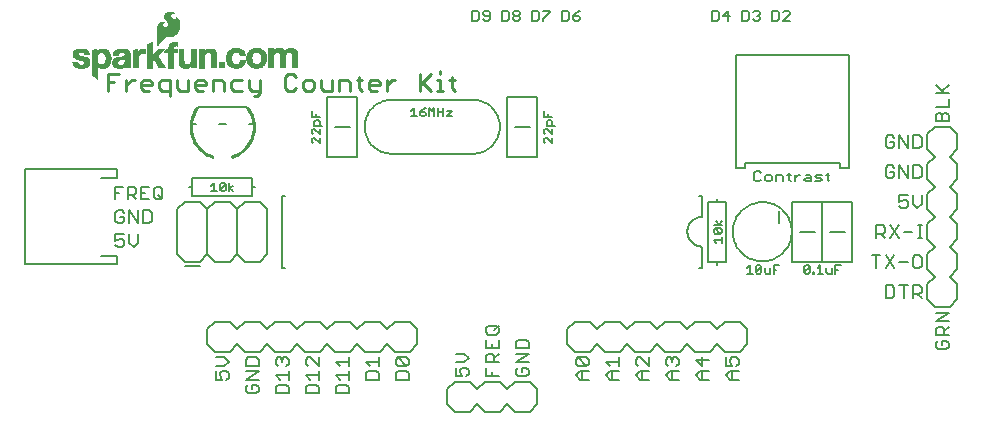
<source format=gto>
G75*
G70*
%OFA0B0*%
%FSLAX24Y24*%
%IPPOS*%
%LPD*%
%AMOC8*
5,1,8,0,0,1.08239X$1,22.5*
%
%ADD10C,0.0100*%
%ADD11C,0.0070*%
%ADD12C,0.0080*%
%ADD13C,0.0060*%
%ADD14C,0.0050*%
%ADD15C,0.0010*%
%ADD16R,0.0195X0.0191*%
D10*
X005166Y015522D02*
X005166Y016072D01*
X004891Y016072D01*
X004799Y015980D01*
X004799Y015797D01*
X004891Y015705D01*
X005166Y015705D01*
X005397Y015797D02*
X005489Y015705D01*
X005764Y015705D01*
X005764Y016072D01*
X005996Y015980D02*
X006088Y016072D01*
X006271Y016072D01*
X006363Y015980D01*
X006363Y015889D01*
X005996Y015889D01*
X005996Y015980D02*
X005996Y015797D01*
X006088Y015705D01*
X006271Y015705D01*
X006594Y015705D02*
X006594Y016072D01*
X006870Y016072D01*
X006961Y015980D01*
X006961Y015705D01*
X007193Y015797D02*
X007285Y015705D01*
X007560Y015705D01*
X007791Y015797D02*
X007883Y015705D01*
X008158Y015705D01*
X008158Y015613D02*
X008067Y015522D01*
X007975Y015522D01*
X008158Y015613D02*
X008158Y016072D01*
X007791Y016072D02*
X007791Y015797D01*
X007560Y016072D02*
X007285Y016072D01*
X007193Y015980D01*
X007193Y015797D01*
X008988Y015797D02*
X009080Y015705D01*
X009264Y015705D01*
X009355Y015797D01*
X009587Y015797D02*
X009679Y015705D01*
X009862Y015705D01*
X009954Y015797D01*
X009954Y015980D01*
X009862Y016072D01*
X009679Y016072D01*
X009587Y015980D01*
X009587Y015797D01*
X010185Y015797D02*
X010277Y015705D01*
X010552Y015705D01*
X010552Y016072D01*
X010784Y016072D02*
X011059Y016072D01*
X011151Y015980D01*
X011151Y015705D01*
X011474Y015797D02*
X011566Y015705D01*
X011474Y015797D02*
X011474Y016164D01*
X011382Y016072D02*
X011566Y016072D01*
X011781Y015980D02*
X011781Y015797D01*
X011873Y015705D01*
X012057Y015705D01*
X012148Y015889D02*
X011781Y015889D01*
X011781Y015980D02*
X011873Y016072D01*
X012057Y016072D01*
X012148Y015980D01*
X012148Y015889D01*
X012380Y015889D02*
X012563Y016072D01*
X012655Y016072D01*
X012380Y016072D02*
X012380Y015705D01*
X013477Y015705D02*
X013477Y016256D01*
X013569Y015980D02*
X013844Y015705D01*
X014076Y015705D02*
X014259Y015705D01*
X014167Y015705D02*
X014167Y016072D01*
X014076Y016072D01*
X014167Y016256D02*
X014167Y016347D01*
X013844Y016256D02*
X013477Y015889D01*
X014475Y016072D02*
X014658Y016072D01*
X014566Y016164D02*
X014566Y015797D01*
X014658Y015705D01*
X010784Y015705D02*
X010784Y016072D01*
X010185Y016072D02*
X010185Y015797D01*
X009355Y016164D02*
X009264Y016256D01*
X009080Y016256D01*
X008988Y016164D01*
X008988Y015797D01*
X005397Y015797D02*
X005397Y016072D01*
X004567Y015980D02*
X004567Y015889D01*
X004200Y015889D01*
X004200Y015980D02*
X004200Y015797D01*
X004292Y015705D01*
X004476Y015705D01*
X004567Y015980D02*
X004476Y016072D01*
X004292Y016072D01*
X004200Y015980D01*
X003977Y016072D02*
X003885Y016072D01*
X003702Y015889D01*
X003702Y016072D02*
X003702Y015705D01*
X003103Y015705D02*
X003103Y016256D01*
X003470Y016256D01*
X003287Y015980D02*
X003103Y015980D01*
D11*
X003338Y012491D02*
X003605Y012491D01*
X003771Y012491D02*
X003971Y012491D01*
X004038Y012424D01*
X004038Y012290D01*
X003971Y012224D01*
X003771Y012224D01*
X003904Y012224D02*
X004038Y012090D01*
X004204Y012090D02*
X004471Y012090D01*
X004636Y012157D02*
X004703Y012090D01*
X004837Y012090D01*
X004903Y012157D01*
X004903Y012424D01*
X004837Y012491D01*
X004703Y012491D01*
X004636Y012424D01*
X004636Y012157D01*
X004770Y012224D02*
X004903Y012090D01*
X004337Y012290D02*
X004204Y012290D01*
X004204Y012090D02*
X004204Y012491D01*
X004471Y012491D01*
X003771Y012491D02*
X003771Y012090D01*
X003472Y012290D02*
X003338Y012290D01*
X003338Y012090D02*
X003338Y012491D01*
D12*
X007693Y005684D02*
X007763Y005614D01*
X008043Y005614D01*
X008113Y005684D01*
X008113Y005824D01*
X008043Y005894D01*
X007903Y005894D01*
X007903Y005754D01*
X007763Y005894D02*
X007693Y005824D01*
X007693Y005684D01*
X007693Y006074D02*
X008113Y006355D01*
X007693Y006355D01*
X007693Y006535D02*
X007693Y006745D01*
X007763Y006815D01*
X008043Y006815D01*
X008113Y006745D01*
X008113Y006535D01*
X007693Y006535D01*
X007113Y006675D02*
X006973Y006815D01*
X006693Y006815D01*
X006653Y007005D02*
X006403Y007255D01*
X006403Y007755D01*
X006653Y008005D01*
X007153Y008005D01*
X007403Y007755D01*
X007653Y008005D01*
X008153Y008005D01*
X008403Y007755D01*
X008653Y008005D01*
X009153Y008005D01*
X009403Y007755D01*
X009653Y008005D01*
X010153Y008005D01*
X010403Y007755D01*
X010653Y008005D01*
X011153Y008005D01*
X011403Y007755D01*
X011653Y008005D01*
X012153Y008005D01*
X012403Y007755D01*
X012653Y008005D01*
X013153Y008005D01*
X013403Y007755D01*
X013403Y007255D01*
X013153Y007005D01*
X012653Y007005D01*
X012403Y007255D01*
X012153Y007005D01*
X011653Y007005D01*
X011403Y007255D01*
X011153Y007005D01*
X010653Y007005D01*
X010403Y007255D01*
X010153Y007005D01*
X009653Y007005D01*
X009403Y007255D01*
X009153Y007005D01*
X008653Y007005D01*
X008403Y007255D01*
X008153Y007005D01*
X007653Y007005D01*
X007403Y007255D01*
X007153Y007005D01*
X006653Y007005D01*
X007113Y006675D02*
X006973Y006535D01*
X006693Y006535D01*
X006693Y006355D02*
X006693Y006074D01*
X006903Y006074D01*
X006833Y006215D01*
X006833Y006285D01*
X006903Y006355D01*
X007043Y006355D01*
X007113Y006285D01*
X007113Y006144D01*
X007043Y006074D01*
X007693Y006074D02*
X008113Y006074D01*
X008693Y006215D02*
X008833Y006074D01*
X008763Y005894D02*
X008693Y005824D01*
X008693Y005614D01*
X009113Y005614D01*
X009113Y005824D01*
X009043Y005894D01*
X008763Y005894D01*
X009113Y006074D02*
X009113Y006355D01*
X009113Y006215D02*
X008693Y006215D01*
X008763Y006535D02*
X008693Y006605D01*
X008693Y006745D01*
X008763Y006815D01*
X008833Y006815D01*
X008903Y006745D01*
X008973Y006815D01*
X009043Y006815D01*
X009113Y006745D01*
X009113Y006605D01*
X009043Y006535D01*
X008903Y006675D02*
X008903Y006745D01*
X009693Y006745D02*
X009693Y006605D01*
X009763Y006535D01*
X009693Y006745D02*
X009763Y006815D01*
X009833Y006815D01*
X010113Y006535D01*
X010113Y006815D01*
X010693Y006675D02*
X011113Y006675D01*
X011113Y006535D02*
X011113Y006815D01*
X010833Y006535D02*
X010693Y006675D01*
X010693Y006215D02*
X011113Y006215D01*
X011113Y006355D02*
X011113Y006074D01*
X011043Y005894D02*
X010763Y005894D01*
X010693Y005824D01*
X010693Y005614D01*
X011113Y005614D01*
X011113Y005824D01*
X011043Y005894D01*
X010833Y006074D02*
X010693Y006215D01*
X010113Y006215D02*
X009693Y006215D01*
X009833Y006074D01*
X009763Y005894D02*
X009693Y005824D01*
X009693Y005614D01*
X010113Y005614D01*
X010113Y005824D01*
X010043Y005894D01*
X009763Y005894D01*
X010113Y006074D02*
X010113Y006355D01*
X011693Y006285D02*
X011693Y006074D01*
X012113Y006074D01*
X012113Y006285D01*
X012043Y006355D01*
X011763Y006355D01*
X011693Y006285D01*
X011833Y006535D02*
X011693Y006675D01*
X012113Y006675D01*
X012113Y006535D02*
X012113Y006815D01*
X012693Y006745D02*
X012763Y006815D01*
X013043Y006535D01*
X013113Y006605D01*
X013113Y006745D01*
X013043Y006815D01*
X012763Y006815D01*
X012693Y006745D02*
X012693Y006605D01*
X012763Y006535D01*
X013043Y006535D01*
X013043Y006355D02*
X012763Y006355D01*
X012693Y006285D01*
X012693Y006074D01*
X013113Y006074D01*
X013113Y006285D01*
X013043Y006355D01*
X014403Y005755D02*
X014403Y005255D01*
X014653Y005005D01*
X015153Y005005D01*
X015403Y005255D01*
X015653Y005005D01*
X016153Y005005D01*
X016403Y005255D01*
X016653Y005005D01*
X017153Y005005D01*
X017403Y005255D01*
X017403Y005755D01*
X017153Y006005D01*
X016653Y006005D01*
X016403Y005755D01*
X016153Y006005D01*
X015653Y006005D01*
X015403Y005755D01*
X015153Y006005D01*
X014653Y006005D01*
X014403Y005755D01*
X014693Y006195D02*
X014903Y006195D01*
X014833Y006335D01*
X014833Y006405D01*
X014903Y006475D01*
X015043Y006475D01*
X015113Y006405D01*
X015113Y006265D01*
X015043Y006195D01*
X014693Y006195D02*
X014693Y006475D01*
X014693Y006656D02*
X014973Y006656D01*
X015113Y006796D01*
X014973Y006936D01*
X014693Y006936D01*
X015693Y006866D02*
X015693Y006656D01*
X016113Y006656D01*
X015973Y006656D02*
X015973Y006866D01*
X015903Y006936D01*
X015763Y006936D01*
X015693Y006866D01*
X015693Y007116D02*
X016113Y007116D01*
X016113Y007396D01*
X016043Y007576D02*
X015763Y007576D01*
X015693Y007646D01*
X015693Y007786D01*
X015763Y007856D01*
X016043Y007856D01*
X016113Y007786D01*
X016113Y007646D01*
X016043Y007576D01*
X015973Y007716D02*
X016113Y007856D01*
X015693Y007396D02*
X015693Y007116D01*
X015903Y007116D02*
X015903Y007256D01*
X016113Y006936D02*
X015973Y006796D01*
X016693Y006936D02*
X017113Y006936D01*
X016693Y006656D01*
X017113Y006656D01*
X017043Y006475D02*
X016903Y006475D01*
X016903Y006335D01*
X017043Y006195D02*
X017113Y006265D01*
X017113Y006405D01*
X017043Y006475D01*
X017043Y006195D02*
X016763Y006195D01*
X016693Y006265D01*
X016693Y006405D01*
X016763Y006475D01*
X016113Y006195D02*
X015693Y006195D01*
X015693Y006475D01*
X015903Y006335D02*
X015903Y006195D01*
X016693Y007116D02*
X016693Y007326D01*
X016763Y007396D01*
X017043Y007396D01*
X017113Y007326D01*
X017113Y007116D01*
X016693Y007116D01*
X018403Y007255D02*
X018403Y007755D01*
X018653Y008005D01*
X019153Y008005D01*
X019403Y007755D01*
X019653Y008005D01*
X020153Y008005D01*
X020403Y007755D01*
X020653Y008005D01*
X021153Y008005D01*
X021403Y007755D01*
X021653Y008005D01*
X022153Y008005D01*
X022403Y007755D01*
X022653Y008005D01*
X023153Y008005D01*
X023403Y007755D01*
X023653Y008005D01*
X024153Y008005D01*
X024403Y007755D01*
X024403Y007255D01*
X024153Y007005D01*
X023653Y007005D01*
X023403Y007255D01*
X023153Y007005D01*
X022653Y007005D01*
X022403Y007255D01*
X022153Y007005D01*
X021653Y007005D01*
X021403Y007255D01*
X021153Y007005D01*
X020653Y007005D01*
X020403Y007255D01*
X020153Y007005D01*
X019653Y007005D01*
X019403Y007255D01*
X019153Y007005D01*
X018653Y007005D01*
X018403Y007255D01*
X018763Y006815D02*
X019043Y006535D01*
X019113Y006605D01*
X019113Y006745D01*
X019043Y006815D01*
X018763Y006815D01*
X018693Y006745D01*
X018693Y006605D01*
X018763Y006535D01*
X019043Y006535D01*
X019113Y006355D02*
X018833Y006355D01*
X018693Y006215D01*
X018833Y006074D01*
X019113Y006074D01*
X018903Y006074D02*
X018903Y006355D01*
X019693Y006215D02*
X019833Y006355D01*
X020113Y006355D01*
X020113Y006535D02*
X020113Y006815D01*
X020113Y006675D02*
X019693Y006675D01*
X019833Y006535D01*
X019903Y006355D02*
X019903Y006074D01*
X019833Y006074D02*
X019693Y006215D01*
X019833Y006074D02*
X020113Y006074D01*
X020693Y006215D02*
X020833Y006074D01*
X021113Y006074D01*
X020903Y006074D02*
X020903Y006355D01*
X020833Y006355D02*
X021113Y006355D01*
X021113Y006535D02*
X020833Y006815D01*
X020763Y006815D01*
X020693Y006745D01*
X020693Y006605D01*
X020763Y006535D01*
X020833Y006355D02*
X020693Y006215D01*
X021113Y006535D02*
X021113Y006815D01*
X021693Y006745D02*
X021763Y006815D01*
X021833Y006815D01*
X021903Y006745D01*
X021973Y006815D01*
X022043Y006815D01*
X022113Y006745D01*
X022113Y006605D01*
X022043Y006535D01*
X022113Y006355D02*
X021833Y006355D01*
X021693Y006215D01*
X021833Y006074D01*
X022113Y006074D01*
X021903Y006074D02*
X021903Y006355D01*
X021763Y006535D02*
X021693Y006605D01*
X021693Y006745D01*
X021903Y006745D02*
X021903Y006675D01*
X022693Y006745D02*
X022903Y006535D01*
X022903Y006815D01*
X023113Y006745D02*
X022693Y006745D01*
X022833Y006355D02*
X022693Y006215D01*
X022833Y006074D01*
X023113Y006074D01*
X022903Y006074D02*
X022903Y006355D01*
X022833Y006355D02*
X023113Y006355D01*
X023693Y006215D02*
X023833Y006074D01*
X024113Y006074D01*
X023903Y006074D02*
X023903Y006355D01*
X023833Y006355D02*
X024113Y006355D01*
X024043Y006535D02*
X024113Y006605D01*
X024113Y006745D01*
X024043Y006815D01*
X023903Y006815D01*
X023833Y006745D01*
X023833Y006675D01*
X023903Y006535D01*
X023693Y006535D01*
X023693Y006815D01*
X023833Y006355D02*
X023693Y006215D01*
X029012Y008795D02*
X029222Y008795D01*
X029292Y008865D01*
X029292Y009145D01*
X029222Y009216D01*
X029012Y009216D01*
X029012Y008795D01*
X029612Y008795D02*
X029612Y009216D01*
X029472Y009216D02*
X029753Y009216D01*
X029933Y009216D02*
X030143Y009216D01*
X030213Y009145D01*
X030213Y009005D01*
X030143Y008935D01*
X029933Y008935D01*
X029933Y008795D02*
X029933Y009216D01*
X030403Y009255D02*
X030653Y009505D01*
X030403Y009755D01*
X030403Y010255D01*
X030653Y010505D01*
X030403Y010755D01*
X030403Y011255D01*
X030653Y011505D01*
X030403Y011755D01*
X030403Y012255D01*
X030653Y012505D01*
X030403Y012755D01*
X030403Y013255D01*
X030653Y013505D01*
X030403Y013755D01*
X030403Y014255D01*
X030653Y014505D01*
X031153Y014505D01*
X031403Y014255D01*
X031403Y013755D01*
X031153Y013505D01*
X031403Y013255D01*
X031403Y012755D01*
X031153Y012505D01*
X031403Y012255D01*
X031403Y011755D01*
X031153Y011505D01*
X031403Y011255D01*
X031403Y010755D01*
X031153Y010505D01*
X031403Y010255D01*
X031403Y009755D01*
X031153Y009505D01*
X031403Y009255D01*
X031403Y008755D01*
X031153Y008505D01*
X030653Y008505D01*
X030403Y008755D01*
X030403Y009255D01*
X030073Y008935D02*
X030213Y008795D01*
X030693Y008296D02*
X031113Y008296D01*
X030693Y008016D01*
X031113Y008016D01*
X031113Y007836D02*
X030973Y007696D01*
X030973Y007766D02*
X030973Y007556D01*
X031113Y007556D02*
X030693Y007556D01*
X030693Y007766D01*
X030763Y007836D01*
X030903Y007836D01*
X030973Y007766D01*
X030903Y007375D02*
X030903Y007235D01*
X030903Y007375D02*
X031043Y007375D01*
X031113Y007305D01*
X031113Y007165D01*
X031043Y007095D01*
X030763Y007095D01*
X030693Y007165D01*
X030693Y007305D01*
X030763Y007375D01*
X030143Y009795D02*
X030213Y009865D01*
X030213Y010145D01*
X030143Y010216D01*
X030003Y010216D01*
X029933Y010145D01*
X029933Y009865D01*
X030003Y009795D01*
X030143Y009795D01*
X029753Y010005D02*
X029472Y010005D01*
X029292Y009795D02*
X029012Y010216D01*
X028832Y010216D02*
X028552Y010216D01*
X028692Y010216D02*
X028692Y009795D01*
X029012Y009795D02*
X029292Y010216D01*
X029165Y010795D02*
X029446Y011216D01*
X029626Y011005D02*
X029906Y011005D01*
X030086Y010795D02*
X030226Y010795D01*
X030156Y010795D02*
X030156Y011216D01*
X030086Y011216D02*
X030226Y011216D01*
X029446Y010795D02*
X029165Y011216D01*
X028985Y011145D02*
X028985Y011005D01*
X028915Y010935D01*
X028705Y010935D01*
X028705Y010795D02*
X028705Y011216D01*
X028915Y011216D01*
X028985Y011145D01*
X028845Y010935D02*
X028985Y010795D01*
X027653Y011005D02*
X027153Y011005D01*
X026653Y011005D02*
X026153Y011005D01*
X025453Y011305D02*
X025453Y011705D01*
X025903Y012005D02*
X026903Y012005D01*
X027903Y012005D01*
X027903Y010005D01*
X026903Y010005D01*
X026903Y012005D01*
X026903Y010005D01*
X025903Y010005D01*
X025903Y012005D01*
X023703Y012005D02*
X023403Y012005D01*
X023403Y012105D01*
X023403Y012005D02*
X023103Y012005D01*
X023103Y010005D01*
X023403Y010005D01*
X023403Y009905D01*
X023403Y010005D02*
X023703Y010005D01*
X023703Y012005D01*
X022903Y012205D02*
X022803Y012205D01*
X022903Y012205D02*
X022903Y011505D01*
X022859Y011503D01*
X022816Y011497D01*
X022774Y011488D01*
X022732Y011475D01*
X022692Y011458D01*
X022653Y011438D01*
X022616Y011415D01*
X022582Y011388D01*
X022549Y011359D01*
X022520Y011326D01*
X022493Y011292D01*
X022470Y011255D01*
X022450Y011216D01*
X022433Y011176D01*
X022420Y011134D01*
X022411Y011092D01*
X022405Y011049D01*
X022403Y011005D01*
X022405Y010961D01*
X022411Y010918D01*
X022420Y010876D01*
X022433Y010834D01*
X022450Y010794D01*
X022470Y010755D01*
X022493Y010718D01*
X022520Y010684D01*
X022549Y010651D01*
X022582Y010622D01*
X022616Y010595D01*
X022653Y010572D01*
X022692Y010552D01*
X022732Y010535D01*
X022774Y010522D01*
X022816Y010513D01*
X022859Y010507D01*
X022903Y010505D01*
X022903Y009805D01*
X022803Y009805D01*
X023919Y011005D02*
X023921Y011067D01*
X023927Y011130D01*
X023937Y011191D01*
X023951Y011252D01*
X023968Y011312D01*
X023989Y011371D01*
X024015Y011428D01*
X024043Y011483D01*
X024075Y011537D01*
X024111Y011588D01*
X024149Y011638D01*
X024191Y011684D01*
X024235Y011728D01*
X024283Y011769D01*
X024332Y011807D01*
X024384Y011841D01*
X024438Y011872D01*
X024494Y011900D01*
X024552Y011924D01*
X024611Y011945D01*
X024671Y011961D01*
X024732Y011974D01*
X024794Y011983D01*
X024856Y011988D01*
X024919Y011989D01*
X024981Y011986D01*
X025043Y011979D01*
X025105Y011968D01*
X025165Y011953D01*
X025225Y011935D01*
X025283Y011913D01*
X025340Y011887D01*
X025395Y011857D01*
X025448Y011824D01*
X025499Y011788D01*
X025547Y011749D01*
X025593Y011706D01*
X025636Y011661D01*
X025676Y011613D01*
X025713Y011563D01*
X025747Y011510D01*
X025778Y011456D01*
X025804Y011400D01*
X025828Y011342D01*
X025847Y011282D01*
X025863Y011222D01*
X025875Y011160D01*
X025883Y011099D01*
X025887Y011036D01*
X025887Y010974D01*
X025883Y010911D01*
X025875Y010850D01*
X025863Y010788D01*
X025847Y010728D01*
X025828Y010668D01*
X025804Y010610D01*
X025778Y010554D01*
X025747Y010500D01*
X025713Y010447D01*
X025676Y010397D01*
X025636Y010349D01*
X025593Y010304D01*
X025547Y010261D01*
X025499Y010222D01*
X025448Y010186D01*
X025395Y010153D01*
X025340Y010123D01*
X025283Y010097D01*
X025225Y010075D01*
X025165Y010057D01*
X025105Y010042D01*
X025043Y010031D01*
X024981Y010024D01*
X024919Y010021D01*
X024856Y010022D01*
X024794Y010027D01*
X024732Y010036D01*
X024671Y010049D01*
X024611Y010065D01*
X024552Y010086D01*
X024494Y010110D01*
X024438Y010138D01*
X024384Y010169D01*
X024332Y010203D01*
X024283Y010241D01*
X024235Y010282D01*
X024191Y010326D01*
X024149Y010372D01*
X024111Y010422D01*
X024075Y010473D01*
X024043Y010527D01*
X024015Y010582D01*
X023989Y010639D01*
X023968Y010698D01*
X023951Y010758D01*
X023937Y010819D01*
X023927Y010880D01*
X023921Y010943D01*
X023919Y011005D01*
X024027Y013129D02*
X024027Y016881D01*
X027779Y016881D01*
X027779Y013129D01*
X027478Y013129D01*
X027478Y013287D01*
X024328Y013287D01*
X024328Y013129D01*
X024027Y013129D01*
X029012Y013145D02*
X029012Y012865D01*
X029082Y012795D01*
X029222Y012795D01*
X029292Y012865D01*
X029292Y013005D01*
X029152Y013005D01*
X029012Y013145D02*
X029082Y013216D01*
X029222Y013216D01*
X029292Y013145D01*
X029472Y013216D02*
X029753Y012795D01*
X029753Y013216D01*
X029933Y013216D02*
X030143Y013216D01*
X030213Y013145D01*
X030213Y012865D01*
X030143Y012795D01*
X029933Y012795D01*
X029933Y013216D01*
X029472Y013216D02*
X029472Y012795D01*
X029472Y012216D02*
X029472Y012005D01*
X029613Y012075D01*
X029683Y012075D01*
X029753Y012005D01*
X029753Y011865D01*
X029683Y011795D01*
X029542Y011795D01*
X029472Y011865D01*
X029933Y011935D02*
X030073Y011795D01*
X030213Y011935D01*
X030213Y012216D01*
X029933Y012216D02*
X029933Y011935D01*
X029753Y012216D02*
X029472Y012216D01*
X029472Y013795D02*
X029472Y014216D01*
X029753Y013795D01*
X029753Y014216D01*
X029933Y014216D02*
X030143Y014216D01*
X030213Y014145D01*
X030213Y013865D01*
X030143Y013795D01*
X029933Y013795D01*
X029933Y014216D01*
X029292Y014145D02*
X029222Y014216D01*
X029082Y014216D01*
X029012Y014145D01*
X029012Y013865D01*
X029082Y013795D01*
X029222Y013795D01*
X029292Y013865D01*
X029292Y014005D01*
X029152Y014005D01*
X030693Y014695D02*
X030693Y014905D01*
X030763Y014975D01*
X030833Y014975D01*
X030903Y014905D01*
X030903Y014695D01*
X031113Y014695D02*
X030693Y014695D01*
X030903Y014905D02*
X030973Y014975D01*
X031043Y014975D01*
X031113Y014905D01*
X031113Y014695D01*
X031113Y015156D02*
X030693Y015156D01*
X031113Y015156D02*
X031113Y015436D01*
X031113Y015616D02*
X030693Y015616D01*
X030903Y015686D02*
X031113Y015896D01*
X030973Y015616D02*
X030693Y015896D01*
X017403Y015505D02*
X017403Y013505D01*
X016403Y013505D01*
X016403Y015505D01*
X017403Y015505D01*
X017153Y014505D02*
X016653Y014505D01*
X015253Y013605D02*
X015312Y013607D01*
X015370Y013613D01*
X015429Y013622D01*
X015486Y013636D01*
X015542Y013653D01*
X015597Y013674D01*
X015651Y013698D01*
X015703Y013726D01*
X015753Y013757D01*
X015801Y013791D01*
X015846Y013828D01*
X015889Y013869D01*
X015930Y013912D01*
X015967Y013957D01*
X016001Y014005D01*
X016032Y014055D01*
X016060Y014107D01*
X016084Y014161D01*
X016105Y014216D01*
X016122Y014272D01*
X016136Y014329D01*
X016145Y014388D01*
X016151Y014446D01*
X016153Y014505D01*
X016151Y014564D01*
X016145Y014622D01*
X016136Y014681D01*
X016122Y014738D01*
X016105Y014794D01*
X016084Y014849D01*
X016060Y014903D01*
X016032Y014955D01*
X016001Y015005D01*
X015967Y015053D01*
X015930Y015098D01*
X015889Y015141D01*
X015846Y015182D01*
X015801Y015219D01*
X015753Y015253D01*
X015703Y015284D01*
X015651Y015312D01*
X015597Y015336D01*
X015542Y015357D01*
X015486Y015374D01*
X015429Y015388D01*
X015370Y015397D01*
X015312Y015403D01*
X015253Y015405D01*
X012553Y015405D01*
X011403Y015505D02*
X011403Y013505D01*
X010403Y013505D01*
X010403Y015505D01*
X011403Y015505D01*
X011153Y014505D02*
X010653Y014505D01*
X012553Y015405D02*
X012494Y015403D01*
X012436Y015397D01*
X012377Y015388D01*
X012320Y015374D01*
X012264Y015357D01*
X012209Y015336D01*
X012155Y015312D01*
X012103Y015284D01*
X012053Y015253D01*
X012005Y015219D01*
X011960Y015182D01*
X011917Y015141D01*
X011876Y015098D01*
X011839Y015053D01*
X011805Y015005D01*
X011774Y014955D01*
X011746Y014903D01*
X011722Y014849D01*
X011701Y014794D01*
X011684Y014738D01*
X011670Y014681D01*
X011661Y014622D01*
X011655Y014564D01*
X011653Y014505D01*
X011655Y014446D01*
X011661Y014388D01*
X011670Y014329D01*
X011684Y014272D01*
X011701Y014216D01*
X011722Y014161D01*
X011746Y014107D01*
X011774Y014055D01*
X011805Y014005D01*
X011839Y013957D01*
X011876Y013912D01*
X011917Y013869D01*
X011960Y013828D01*
X012005Y013791D01*
X012053Y013757D01*
X012103Y013726D01*
X012155Y013698D01*
X012209Y013674D01*
X012264Y013653D01*
X012320Y013636D01*
X012377Y013622D01*
X012436Y013613D01*
X012494Y013607D01*
X012553Y013605D01*
X015253Y013605D01*
X009003Y012205D02*
X008903Y012205D01*
X008903Y009805D01*
X009003Y009805D01*
X008403Y010255D02*
X008403Y011755D01*
X008153Y012005D01*
X007653Y012005D01*
X007403Y011755D01*
X007403Y010255D01*
X007653Y010005D01*
X008153Y010005D01*
X008403Y010255D01*
X007403Y010255D02*
X007153Y010005D01*
X006653Y010005D01*
X006403Y010255D01*
X006403Y011755D01*
X006653Y012005D01*
X007153Y012005D01*
X007403Y011755D01*
X007903Y012205D02*
X007903Y012505D01*
X008003Y012505D01*
X007903Y012505D02*
X007903Y012805D01*
X005903Y012805D01*
X005903Y012505D01*
X005803Y012505D01*
X005903Y012505D02*
X005903Y012205D01*
X007903Y012205D01*
X006403Y011755D02*
X006153Y012005D01*
X005653Y012005D01*
X005403Y011755D01*
X005403Y010255D01*
X005653Y010005D01*
X006153Y010005D01*
X006403Y010255D01*
X006153Y009873D02*
X005653Y009873D01*
X004084Y010635D02*
X004084Y010916D01*
X003804Y010916D02*
X003804Y010635D01*
X003944Y010495D01*
X004084Y010635D01*
X003623Y010565D02*
X003553Y010495D01*
X003413Y010495D01*
X003343Y010565D01*
X003343Y010705D02*
X003483Y010775D01*
X003553Y010775D01*
X003623Y010705D01*
X003623Y010565D01*
X003343Y010705D02*
X003343Y010916D01*
X003623Y010916D01*
X003553Y011295D02*
X003413Y011295D01*
X003343Y011365D01*
X003343Y011645D01*
X003413Y011716D01*
X003553Y011716D01*
X003623Y011645D01*
X003623Y011505D02*
X003483Y011505D01*
X003623Y011505D02*
X003623Y011365D01*
X003553Y011295D01*
X003804Y011295D02*
X003804Y011716D01*
X004084Y011295D01*
X004084Y011716D01*
X004264Y011716D02*
X004474Y011716D01*
X004544Y011645D01*
X004544Y011365D01*
X004474Y011295D01*
X004264Y011295D01*
X004264Y011716D01*
X003383Y012804D02*
X002872Y012804D01*
X003383Y012804D02*
X003383Y013080D01*
X000313Y013080D01*
X000313Y009930D01*
X003383Y009930D01*
X003383Y010206D01*
X002872Y010206D01*
X005858Y014605D02*
X006016Y014605D01*
X006790Y014605D02*
X007016Y014605D01*
X007790Y014605D02*
X007948Y014605D01*
X007728Y015155D02*
X006079Y015155D01*
D13*
X015233Y018035D02*
X015403Y018035D01*
X015460Y018092D01*
X015460Y018319D01*
X015403Y018375D01*
X015233Y018375D01*
X015233Y018035D01*
X015601Y018092D02*
X015658Y018035D01*
X015772Y018035D01*
X015828Y018092D01*
X015828Y018319D01*
X015772Y018375D01*
X015658Y018375D01*
X015601Y018319D01*
X015601Y018262D01*
X015658Y018205D01*
X015828Y018205D01*
X016233Y018035D02*
X016403Y018035D01*
X016460Y018092D01*
X016460Y018319D01*
X016403Y018375D01*
X016233Y018375D01*
X016233Y018035D01*
X016601Y018092D02*
X016601Y018149D01*
X016658Y018205D01*
X016772Y018205D01*
X016828Y018149D01*
X016828Y018092D01*
X016772Y018035D01*
X016658Y018035D01*
X016601Y018092D01*
X016658Y018205D02*
X016601Y018262D01*
X016601Y018319D01*
X016658Y018375D01*
X016772Y018375D01*
X016828Y018319D01*
X016828Y018262D01*
X016772Y018205D01*
X017233Y018035D02*
X017403Y018035D01*
X017460Y018092D01*
X017460Y018319D01*
X017403Y018375D01*
X017233Y018375D01*
X017233Y018035D01*
X017601Y018035D02*
X017601Y018092D01*
X017828Y018319D01*
X017828Y018375D01*
X017601Y018375D01*
X018233Y018375D02*
X018233Y018035D01*
X018403Y018035D01*
X018460Y018092D01*
X018460Y018319D01*
X018403Y018375D01*
X018233Y018375D01*
X018601Y018205D02*
X018772Y018205D01*
X018828Y018149D01*
X018828Y018092D01*
X018772Y018035D01*
X018658Y018035D01*
X018601Y018092D01*
X018601Y018205D01*
X018715Y018319D01*
X018828Y018375D01*
X023233Y018375D02*
X023233Y018035D01*
X023403Y018035D01*
X023460Y018092D01*
X023460Y018319D01*
X023403Y018375D01*
X023233Y018375D01*
X023601Y018205D02*
X023828Y018205D01*
X023772Y018035D02*
X023772Y018375D01*
X023601Y018205D01*
X024233Y018035D02*
X024403Y018035D01*
X024460Y018092D01*
X024460Y018319D01*
X024403Y018375D01*
X024233Y018375D01*
X024233Y018035D01*
X024601Y018092D02*
X024658Y018035D01*
X024772Y018035D01*
X024828Y018092D01*
X024828Y018149D01*
X024772Y018205D01*
X024715Y018205D01*
X024772Y018205D02*
X024828Y018262D01*
X024828Y018319D01*
X024772Y018375D01*
X024658Y018375D01*
X024601Y018319D01*
X025233Y018375D02*
X025233Y018035D01*
X025403Y018035D01*
X025460Y018092D01*
X025460Y018319D01*
X025403Y018375D01*
X025233Y018375D01*
X025601Y018319D02*
X025658Y018375D01*
X025772Y018375D01*
X025828Y018319D01*
X025828Y018262D01*
X025601Y018035D01*
X025828Y018035D01*
X025795Y012969D02*
X025795Y012742D01*
X025851Y012685D01*
X025984Y012685D02*
X025984Y012912D01*
X026097Y012912D02*
X026154Y012912D01*
X026097Y012912D02*
X025984Y012799D01*
X025851Y012912D02*
X025738Y012912D01*
X025597Y012855D02*
X025597Y012685D01*
X025597Y012855D02*
X025540Y012912D01*
X025370Y012912D01*
X025370Y012685D01*
X025228Y012742D02*
X025228Y012855D01*
X025172Y012912D01*
X025058Y012912D01*
X025001Y012855D01*
X025001Y012742D01*
X025058Y012685D01*
X025172Y012685D01*
X025228Y012742D01*
X024860Y012742D02*
X024803Y012685D01*
X024690Y012685D01*
X024633Y012742D01*
X024633Y012969D01*
X024690Y013025D01*
X024803Y013025D01*
X024860Y012969D01*
X026290Y012742D02*
X026347Y012799D01*
X026517Y012799D01*
X026517Y012855D02*
X026517Y012685D01*
X026347Y012685D01*
X026290Y012742D01*
X026347Y012912D02*
X026461Y012912D01*
X026517Y012855D01*
X026659Y012855D02*
X026715Y012912D01*
X026886Y012912D01*
X026829Y012799D02*
X026715Y012799D01*
X026659Y012855D01*
X026659Y012685D02*
X026829Y012685D01*
X026886Y012742D01*
X026829Y012799D01*
X027027Y012912D02*
X027141Y012912D01*
X027084Y012969D02*
X027084Y012742D01*
X027141Y012685D01*
D14*
X023548Y011370D02*
X023458Y011235D01*
X023368Y011370D01*
X023278Y011235D02*
X023548Y011235D01*
X023503Y011120D02*
X023548Y011075D01*
X023548Y010985D01*
X023503Y010940D01*
X023323Y011120D01*
X023503Y011120D01*
X023323Y011120D02*
X023278Y011075D01*
X023278Y010985D01*
X023323Y010940D01*
X023503Y010940D01*
X023548Y010825D02*
X023548Y010645D01*
X023548Y010735D02*
X023278Y010735D01*
X023368Y010645D01*
X024400Y009790D02*
X024490Y009880D01*
X024490Y009610D01*
X024400Y009610D02*
X024580Y009610D01*
X024694Y009655D02*
X024874Y009835D01*
X024874Y009655D01*
X024829Y009610D01*
X024739Y009610D01*
X024694Y009655D01*
X024694Y009835D01*
X024739Y009880D01*
X024829Y009880D01*
X024874Y009835D01*
X024989Y009790D02*
X024989Y009655D01*
X025034Y009610D01*
X025169Y009610D01*
X025169Y009790D01*
X025284Y009745D02*
X025374Y009745D01*
X025284Y009880D02*
X025464Y009880D01*
X025284Y009880D02*
X025284Y009610D01*
X026302Y009655D02*
X026482Y009835D01*
X026482Y009655D01*
X026437Y009610D01*
X026347Y009610D01*
X026302Y009655D01*
X026302Y009835D01*
X026347Y009880D01*
X026437Y009880D01*
X026482Y009835D01*
X026597Y009655D02*
X026642Y009655D01*
X026642Y009610D01*
X026597Y009610D01*
X026597Y009655D01*
X026744Y009610D02*
X026924Y009610D01*
X026834Y009610D02*
X026834Y009880D01*
X026744Y009790D01*
X027039Y009790D02*
X027039Y009655D01*
X027084Y009610D01*
X027219Y009610D01*
X027219Y009790D01*
X027334Y009745D02*
X027424Y009745D01*
X027334Y009880D02*
X027514Y009880D01*
X027334Y009880D02*
X027334Y009610D01*
X017898Y013952D02*
X017718Y014132D01*
X017673Y014132D01*
X017628Y014087D01*
X017628Y013997D01*
X017673Y013952D01*
X017898Y013952D02*
X017898Y014132D01*
X017898Y014246D02*
X017718Y014426D01*
X017673Y014426D01*
X017628Y014381D01*
X017628Y014291D01*
X017673Y014246D01*
X017898Y014246D02*
X017898Y014426D01*
X017898Y014541D02*
X017898Y014676D01*
X017853Y014721D01*
X017763Y014721D01*
X017718Y014676D01*
X017718Y014541D01*
X017988Y014541D01*
X017898Y014836D02*
X017628Y014836D01*
X017628Y015016D01*
X017763Y014926D02*
X017763Y014836D01*
X014564Y014860D02*
X014384Y014860D01*
X014564Y015040D01*
X014384Y015040D01*
X014269Y014995D02*
X014089Y014995D01*
X014089Y014860D02*
X014089Y015130D01*
X013974Y015130D02*
X013974Y014860D01*
X013794Y014860D02*
X013794Y015130D01*
X013884Y015040D01*
X013974Y015130D01*
X013680Y015130D02*
X013590Y015085D01*
X013500Y014995D01*
X013500Y014905D01*
X013545Y014860D01*
X013635Y014860D01*
X013680Y014905D01*
X013680Y014950D01*
X013635Y014995D01*
X013500Y014995D01*
X013385Y014860D02*
X013205Y014860D01*
X013295Y014860D02*
X013295Y015130D01*
X013205Y015040D01*
X014269Y015130D02*
X014269Y014860D01*
X010238Y014541D02*
X009968Y014541D01*
X009968Y014676D01*
X010013Y014721D01*
X010103Y014721D01*
X010148Y014676D01*
X010148Y014541D01*
X010148Y014426D02*
X010148Y014246D01*
X009968Y014426D01*
X009923Y014426D01*
X009878Y014381D01*
X009878Y014291D01*
X009923Y014246D01*
X009923Y014132D02*
X009878Y014087D01*
X009878Y013997D01*
X009923Y013952D01*
X009923Y014132D02*
X009968Y014132D01*
X010148Y013952D01*
X010148Y014132D01*
X010148Y014836D02*
X009878Y014836D01*
X009878Y015016D01*
X010013Y014926D02*
X010013Y014836D01*
X007133Y012630D02*
X007133Y012360D01*
X007133Y012450D02*
X007268Y012360D01*
X007133Y012450D02*
X007268Y012540D01*
X007018Y012585D02*
X007018Y012405D01*
X006973Y012360D01*
X006883Y012360D01*
X006838Y012405D01*
X007018Y012585D01*
X006973Y012630D01*
X006883Y012630D01*
X006838Y012585D01*
X006838Y012405D01*
X006723Y012360D02*
X006543Y012360D01*
X006633Y012360D02*
X006633Y012630D01*
X006543Y012540D01*
D15*
X006048Y015172D02*
X006103Y015129D01*
X006067Y015080D01*
X006033Y015029D01*
X006004Y014975D01*
X005977Y014920D01*
X005953Y014864D01*
X005934Y014806D01*
X005917Y014747D01*
X005904Y014687D01*
X005895Y014627D01*
X005890Y014566D01*
X005888Y014504D01*
X005890Y014443D01*
X005895Y014382D01*
X005905Y014322D01*
X005918Y014262D01*
X005934Y014203D01*
X005954Y014145D01*
X005977Y014089D01*
X006004Y014034D01*
X006034Y013980D01*
X006067Y013929D01*
X006103Y013880D01*
X006143Y013833D01*
X006184Y013788D01*
X006229Y013746D01*
X006276Y013707D01*
X006325Y013671D01*
X006376Y013637D01*
X006430Y013607D01*
X006485Y013580D01*
X006541Y013557D01*
X006599Y013537D01*
X006579Y013470D01*
X006578Y013470D01*
X006517Y013491D01*
X006456Y013516D01*
X006397Y013545D01*
X006340Y013577D01*
X006286Y013613D01*
X006233Y013652D01*
X006183Y013694D01*
X006135Y013739D01*
X006090Y013786D01*
X006048Y013836D01*
X006010Y013889D01*
X005974Y013944D01*
X005942Y014001D01*
X005913Y014060D01*
X005888Y014120D01*
X005867Y014182D01*
X005850Y014245D01*
X005836Y014309D01*
X005826Y014374D01*
X005820Y014439D01*
X005818Y014505D01*
X005820Y014570D01*
X005826Y014635D01*
X005836Y014700D01*
X005849Y014764D01*
X005867Y014827D01*
X005888Y014889D01*
X005913Y014949D01*
X005942Y015008D01*
X005974Y015065D01*
X006009Y015120D01*
X006048Y015173D01*
X006055Y015167D01*
X006017Y015115D01*
X005981Y015060D01*
X005950Y015004D01*
X005921Y014945D01*
X005896Y014885D01*
X005875Y014824D01*
X005858Y014762D01*
X005844Y014698D01*
X005835Y014634D01*
X005829Y014569D01*
X005827Y014505D01*
X005829Y014440D01*
X005835Y014375D01*
X005845Y014311D01*
X005858Y014247D01*
X005876Y014185D01*
X005897Y014124D01*
X005922Y014064D01*
X005950Y014005D01*
X005982Y013949D01*
X006017Y013894D01*
X006055Y013842D01*
X006097Y013792D01*
X006141Y013745D01*
X006189Y013700D01*
X006238Y013659D01*
X006291Y013620D01*
X006345Y013585D01*
X006402Y013553D01*
X006460Y013525D01*
X006520Y013500D01*
X006581Y013478D01*
X006584Y013487D01*
X006523Y013508D01*
X006463Y013533D01*
X006406Y013561D01*
X006350Y013593D01*
X006296Y013628D01*
X006244Y013666D01*
X006195Y013707D01*
X006148Y013751D01*
X006104Y013798D01*
X006063Y013848D01*
X006024Y013899D01*
X005990Y013953D01*
X005958Y014010D01*
X005930Y014067D01*
X005905Y014127D01*
X005884Y014188D01*
X005867Y014250D01*
X005854Y014313D01*
X005844Y014376D01*
X005838Y014440D01*
X005836Y014504D01*
X005838Y014569D01*
X005844Y014633D01*
X005853Y014696D01*
X005867Y014759D01*
X005884Y014821D01*
X005905Y014882D01*
X005929Y014942D01*
X005958Y015000D01*
X005989Y015056D01*
X006024Y015110D01*
X006062Y015162D01*
X006069Y015156D01*
X006031Y015105D01*
X005997Y015051D01*
X005965Y014995D01*
X005938Y014938D01*
X005913Y014879D01*
X005893Y014819D01*
X005876Y014757D01*
X005862Y014695D01*
X005853Y014632D01*
X005847Y014568D01*
X005845Y014504D01*
X005847Y014441D01*
X005853Y014377D01*
X005862Y014314D01*
X005876Y014252D01*
X005893Y014190D01*
X005914Y014130D01*
X005938Y014071D01*
X005966Y014014D01*
X005997Y013958D01*
X006032Y013905D01*
X006070Y013853D01*
X006110Y013804D01*
X006154Y013758D01*
X006201Y013714D01*
X006249Y013673D01*
X006301Y013635D01*
X006354Y013600D01*
X006410Y013569D01*
X006467Y013541D01*
X006526Y013516D01*
X006586Y013496D01*
X006589Y013504D01*
X006529Y013525D01*
X006471Y013549D01*
X006414Y013577D01*
X006359Y013608D01*
X006306Y013643D01*
X006255Y013680D01*
X006206Y013721D01*
X006160Y013764D01*
X006117Y013810D01*
X006077Y013859D01*
X006039Y013910D01*
X006005Y013963D01*
X005974Y014018D01*
X005946Y014075D01*
X005922Y014133D01*
X005901Y014193D01*
X005884Y014254D01*
X005871Y014316D01*
X005862Y014378D01*
X005856Y014441D01*
X005854Y014504D01*
X005856Y014568D01*
X005862Y014631D01*
X005871Y014693D01*
X005884Y014755D01*
X005901Y014816D01*
X005922Y014876D01*
X005946Y014934D01*
X005973Y014991D01*
X006004Y015046D01*
X006039Y015099D01*
X006076Y015150D01*
X006083Y015145D01*
X006046Y015094D01*
X006012Y015042D01*
X005981Y014987D01*
X005954Y014931D01*
X005930Y014873D01*
X005910Y014813D01*
X005893Y014753D01*
X005880Y014692D01*
X005870Y014630D01*
X005865Y014567D01*
X005863Y014504D01*
X005865Y014442D01*
X005871Y014379D01*
X005880Y014317D01*
X005893Y014256D01*
X005910Y014196D01*
X005931Y014136D01*
X005954Y014078D01*
X005982Y014022D01*
X006013Y013967D01*
X006047Y013915D01*
X006084Y013864D01*
X006124Y013816D01*
X006167Y013770D01*
X006212Y013727D01*
X006261Y013687D01*
X006311Y013650D01*
X006364Y013616D01*
X006418Y013585D01*
X006474Y013557D01*
X006532Y013533D01*
X006592Y013513D01*
X006594Y013521D01*
X006536Y013542D01*
X006478Y013566D01*
X006422Y013593D01*
X006368Y013624D01*
X006316Y013657D01*
X006266Y013694D01*
X006218Y013734D01*
X006173Y013777D01*
X006131Y013822D01*
X006091Y013870D01*
X006054Y013920D01*
X006020Y013972D01*
X005990Y014026D01*
X005963Y014082D01*
X005939Y014140D01*
X005919Y014198D01*
X005902Y014258D01*
X005889Y014319D01*
X005880Y014380D01*
X005874Y014442D01*
X005872Y014504D01*
X005874Y014567D01*
X005879Y014628D01*
X005889Y014690D01*
X005902Y014751D01*
X005918Y014811D01*
X005939Y014869D01*
X005962Y014927D01*
X005989Y014983D01*
X006020Y015037D01*
X006053Y015089D01*
X006090Y015139D01*
X006097Y015134D01*
X006061Y015084D01*
X006028Y015032D01*
X005997Y014979D01*
X005970Y014923D01*
X005947Y014866D01*
X005927Y014808D01*
X005910Y014749D01*
X005898Y014688D01*
X005888Y014627D01*
X005883Y014566D01*
X005881Y014504D01*
X005883Y014443D01*
X005888Y014382D01*
X005898Y014321D01*
X005911Y014260D01*
X005927Y014201D01*
X005947Y014143D01*
X005971Y014086D01*
X005998Y014030D01*
X006028Y013977D01*
X006061Y013925D01*
X006098Y013875D01*
X006137Y013828D01*
X006180Y013783D01*
X006224Y013741D01*
X006272Y013701D01*
X006321Y013665D01*
X006373Y013631D01*
X006426Y013601D01*
X006482Y013574D01*
X006539Y013550D01*
X006597Y013530D01*
X007227Y013470D02*
X007207Y013537D01*
X007265Y013557D01*
X007321Y013580D01*
X007376Y013607D01*
X007429Y013637D01*
X007481Y013671D01*
X007530Y013707D01*
X007577Y013746D01*
X007621Y013788D01*
X007663Y013833D01*
X007703Y013880D01*
X007739Y013929D01*
X007772Y013980D01*
X007802Y014034D01*
X007829Y014089D01*
X007852Y014145D01*
X007872Y014203D01*
X007888Y014262D01*
X007901Y014322D01*
X007911Y014382D01*
X007916Y014443D01*
X007918Y014504D01*
X007916Y014566D01*
X007911Y014627D01*
X007902Y014687D01*
X007889Y014747D01*
X007872Y014806D01*
X007853Y014864D01*
X007829Y014920D01*
X007802Y014975D01*
X007773Y015029D01*
X007739Y015080D01*
X007703Y015129D01*
X007758Y015172D01*
X007758Y015173D01*
X007797Y015120D01*
X007832Y015065D01*
X007864Y015008D01*
X007893Y014949D01*
X007918Y014889D01*
X007939Y014827D01*
X007957Y014764D01*
X007970Y014700D01*
X007980Y014635D01*
X007986Y014570D01*
X007988Y014504D01*
X007986Y014439D01*
X007980Y014374D01*
X007970Y014309D01*
X007956Y014245D01*
X007939Y014182D01*
X007918Y014120D01*
X007893Y014060D01*
X007864Y014001D01*
X007832Y013944D01*
X007796Y013889D01*
X007758Y013836D01*
X007716Y013786D01*
X007671Y013739D01*
X007623Y013694D01*
X007573Y013652D01*
X007520Y013613D01*
X007466Y013577D01*
X007409Y013545D01*
X007350Y013516D01*
X007289Y013491D01*
X007228Y013470D01*
X007225Y013478D01*
X007286Y013500D01*
X007346Y013525D01*
X007404Y013553D01*
X007461Y013585D01*
X007515Y013620D01*
X007568Y013659D01*
X007617Y013700D01*
X007665Y013745D01*
X007709Y013792D01*
X007750Y013842D01*
X007789Y013894D01*
X007824Y013949D01*
X007856Y014005D01*
X007884Y014064D01*
X007909Y014124D01*
X007930Y014185D01*
X007948Y014247D01*
X007961Y014311D01*
X007971Y014375D01*
X007977Y014440D01*
X007979Y014504D01*
X007977Y014569D01*
X007971Y014634D01*
X007962Y014698D01*
X007948Y014762D01*
X007931Y014824D01*
X007910Y014885D01*
X007885Y014945D01*
X007856Y015004D01*
X007825Y015060D01*
X007790Y015115D01*
X007751Y015167D01*
X007744Y015162D01*
X007782Y015110D01*
X007817Y015056D01*
X007848Y015000D01*
X007877Y014942D01*
X007901Y014882D01*
X007922Y014821D01*
X007939Y014759D01*
X007953Y014696D01*
X007962Y014633D01*
X007968Y014569D01*
X007970Y014504D01*
X007968Y014440D01*
X007962Y014376D01*
X007952Y014313D01*
X007939Y014250D01*
X007922Y014188D01*
X007901Y014127D01*
X007876Y014067D01*
X007848Y014010D01*
X007816Y013953D01*
X007782Y013899D01*
X007743Y013848D01*
X007702Y013798D01*
X007658Y013751D01*
X007611Y013707D01*
X007562Y013666D01*
X007510Y013628D01*
X007456Y013593D01*
X007400Y013561D01*
X007343Y013533D01*
X007283Y013508D01*
X007222Y013487D01*
X007220Y013496D01*
X007280Y013516D01*
X007339Y013541D01*
X007396Y013569D01*
X007452Y013600D01*
X007505Y013635D01*
X007557Y013673D01*
X007605Y013714D01*
X007652Y013758D01*
X007696Y013804D01*
X007736Y013853D01*
X007774Y013905D01*
X007809Y013958D01*
X007840Y014014D01*
X007868Y014071D01*
X007892Y014130D01*
X007913Y014190D01*
X007930Y014252D01*
X007944Y014314D01*
X007953Y014377D01*
X007959Y014441D01*
X007961Y014504D01*
X007959Y014568D01*
X007953Y014632D01*
X007944Y014695D01*
X007931Y014757D01*
X007913Y014819D01*
X007893Y014879D01*
X007868Y014938D01*
X007841Y014995D01*
X007809Y015051D01*
X007775Y015105D01*
X007737Y015156D01*
X007730Y015150D01*
X007767Y015099D01*
X007802Y015046D01*
X007833Y014991D01*
X007860Y014934D01*
X007884Y014876D01*
X007905Y014816D01*
X007922Y014755D01*
X007935Y014693D01*
X007944Y014631D01*
X007950Y014568D01*
X007952Y014504D01*
X007950Y014441D01*
X007944Y014378D01*
X007935Y014316D01*
X007922Y014254D01*
X007905Y014193D01*
X007884Y014133D01*
X007860Y014075D01*
X007832Y014018D01*
X007801Y013963D01*
X007767Y013910D01*
X007729Y013859D01*
X007689Y013810D01*
X007646Y013764D01*
X007600Y013721D01*
X007551Y013680D01*
X007500Y013643D01*
X007447Y013608D01*
X007392Y013577D01*
X007335Y013549D01*
X007277Y013525D01*
X007217Y013504D01*
X007214Y013513D01*
X007274Y013533D01*
X007331Y013557D01*
X007388Y013585D01*
X007442Y013616D01*
X007495Y013650D01*
X007545Y013687D01*
X007594Y013727D01*
X007639Y013770D01*
X007682Y013816D01*
X007722Y013864D01*
X007759Y013915D01*
X007793Y013967D01*
X007824Y014022D01*
X007852Y014078D01*
X007875Y014136D01*
X007896Y014196D01*
X007913Y014256D01*
X007926Y014317D01*
X007935Y014379D01*
X007941Y014442D01*
X007943Y014504D01*
X007941Y014567D01*
X007936Y014630D01*
X007926Y014692D01*
X007913Y014753D01*
X007896Y014813D01*
X007876Y014873D01*
X007852Y014931D01*
X007825Y014987D01*
X007794Y015042D01*
X007760Y015094D01*
X007723Y015145D01*
X007716Y015139D01*
X007753Y015089D01*
X007786Y015037D01*
X007817Y014983D01*
X007844Y014927D01*
X007867Y014869D01*
X007888Y014811D01*
X007904Y014751D01*
X007917Y014690D01*
X007927Y014628D01*
X007932Y014567D01*
X007934Y014504D01*
X007932Y014442D01*
X007926Y014380D01*
X007917Y014319D01*
X007904Y014258D01*
X007887Y014198D01*
X007867Y014140D01*
X007843Y014082D01*
X007816Y014026D01*
X007786Y013972D01*
X007752Y013920D01*
X007715Y013870D01*
X007675Y013822D01*
X007633Y013777D01*
X007588Y013734D01*
X007540Y013694D01*
X007490Y013657D01*
X007438Y013624D01*
X007384Y013593D01*
X007328Y013566D01*
X007270Y013542D01*
X007212Y013521D01*
X007209Y013530D01*
X007267Y013550D01*
X007324Y013574D01*
X007379Y013601D01*
X007433Y013631D01*
X007485Y013665D01*
X007534Y013701D01*
X007582Y013741D01*
X007626Y013783D01*
X007669Y013828D01*
X007708Y013875D01*
X007744Y013925D01*
X007778Y013977D01*
X007808Y014030D01*
X007835Y014086D01*
X007859Y014143D01*
X007879Y014201D01*
X007895Y014260D01*
X007908Y014321D01*
X007918Y014381D01*
X007923Y014443D01*
X007925Y014504D01*
X007923Y014566D01*
X007918Y014627D01*
X007908Y014688D01*
X007896Y014749D01*
X007879Y014808D01*
X007859Y014866D01*
X007836Y014923D01*
X007809Y014979D01*
X007779Y015032D01*
X007745Y015084D01*
X007709Y015134D01*
X006296Y017018D02*
X006307Y017033D01*
X006323Y017052D01*
X006341Y017068D01*
X006377Y017091D01*
X006416Y017105D01*
X006457Y017111D01*
X006536Y017109D01*
X006575Y017101D01*
X006610Y017084D01*
X006641Y017060D01*
X006660Y017038D01*
X006311Y017038D01*
X006307Y017033D02*
X006296Y017018D01*
X006291Y017012D01*
X006288Y017010D01*
X006284Y017009D01*
X006281Y017009D01*
X006281Y017096D01*
X006122Y017096D01*
X006122Y016477D01*
X006288Y016477D01*
X006288Y016819D01*
X006288Y016846D01*
X006291Y016878D01*
X006300Y016908D01*
X006315Y016936D01*
X006336Y016959D01*
X006355Y016972D01*
X006376Y016981D01*
X006399Y016984D01*
X006443Y016986D01*
X006456Y016985D01*
X006469Y016982D01*
X006487Y016973D01*
X006503Y016960D01*
X006515Y016944D01*
X006528Y016918D01*
X006536Y016890D01*
X006538Y016861D01*
X006538Y016481D01*
X006699Y016481D01*
X006699Y016896D01*
X006696Y016941D01*
X006686Y016984D01*
X006676Y017012D01*
X006660Y017038D01*
X006665Y017030D02*
X006305Y017030D01*
X006298Y017021D02*
X006670Y017021D01*
X006675Y017013D02*
X006291Y017013D01*
X006284Y017009D02*
X006281Y017009D01*
X006281Y017096D01*
X006122Y017096D01*
X006122Y016477D01*
X006288Y016477D01*
X006288Y016819D01*
X006288Y016816D02*
X006122Y016816D01*
X006122Y016808D02*
X006288Y016808D01*
X006288Y016799D02*
X006122Y016799D01*
X006122Y016790D02*
X006288Y016790D01*
X006288Y016782D02*
X006122Y016782D01*
X006122Y016773D02*
X006288Y016773D01*
X006288Y016765D02*
X006122Y016765D01*
X006122Y016756D02*
X006288Y016756D01*
X006288Y016748D02*
X006122Y016748D01*
X006122Y016739D02*
X006288Y016739D01*
X006288Y016731D02*
X006122Y016731D01*
X006122Y016722D02*
X006288Y016722D01*
X006288Y016714D02*
X006122Y016714D01*
X006122Y016705D02*
X006288Y016705D01*
X006288Y016696D02*
X006122Y016696D01*
X006122Y016688D02*
X006288Y016688D01*
X006288Y016679D02*
X006122Y016679D01*
X006122Y016671D02*
X006288Y016671D01*
X006288Y016662D02*
X006122Y016662D01*
X006122Y016654D02*
X006288Y016654D01*
X006288Y016645D02*
X006122Y016645D01*
X006122Y016637D02*
X006288Y016637D01*
X006288Y016628D02*
X006122Y016628D01*
X006122Y016620D02*
X006288Y016620D01*
X006288Y016611D02*
X006122Y016611D01*
X006122Y016603D02*
X006288Y016603D01*
X006288Y016594D02*
X006122Y016594D01*
X006122Y016585D02*
X006288Y016585D01*
X006288Y016577D02*
X006122Y016577D01*
X006122Y016568D02*
X006288Y016568D01*
X006288Y016560D02*
X006122Y016560D01*
X006122Y016551D02*
X006288Y016551D01*
X006288Y016543D02*
X006122Y016543D01*
X006122Y016534D02*
X006288Y016534D01*
X006288Y016526D02*
X006122Y016526D01*
X006122Y016517D02*
X006288Y016517D01*
X006288Y016509D02*
X006122Y016509D01*
X006122Y016500D02*
X006288Y016500D01*
X006288Y016491D02*
X006122Y016491D01*
X006122Y016483D02*
X006288Y016483D01*
X006457Y017111D02*
X006497Y017112D01*
X006536Y017110D01*
X006549Y017107D02*
X006426Y017107D01*
X006397Y017098D02*
X006581Y017098D01*
X006600Y017089D02*
X006375Y017089D01*
X006361Y017081D02*
X006615Y017081D01*
X006626Y017072D02*
X006348Y017072D01*
X006336Y017064D02*
X006636Y017064D01*
X006645Y017055D02*
X006327Y017055D01*
X006319Y017047D02*
X006653Y017047D01*
X006679Y017004D02*
X006122Y017004D01*
X006122Y016996D02*
X006682Y016996D01*
X006685Y016987D02*
X006122Y016987D01*
X006122Y016978D02*
X006371Y016978D01*
X006352Y016970D02*
X006122Y016970D01*
X006122Y016961D02*
X006339Y016961D01*
X006330Y016953D02*
X006122Y016953D01*
X006122Y016944D02*
X006323Y016944D01*
X006315Y016936D02*
X006122Y016936D01*
X006122Y016927D02*
X006310Y016927D01*
X006306Y016919D02*
X006122Y016919D01*
X006122Y016910D02*
X006301Y016910D01*
X006298Y016902D02*
X006122Y016902D01*
X006122Y016893D02*
X006296Y016893D01*
X006293Y016884D02*
X006122Y016884D01*
X006122Y016876D02*
X006291Y016876D01*
X006290Y016867D02*
X006122Y016867D01*
X006122Y016859D02*
X006289Y016859D01*
X006289Y016850D02*
X006122Y016850D01*
X006122Y016842D02*
X006288Y016842D01*
X006288Y016833D02*
X006122Y016833D01*
X006122Y016825D02*
X006288Y016825D01*
X006538Y016861D02*
X006537Y016883D01*
X006532Y016904D01*
X006525Y016924D01*
X006515Y016944D01*
X006695Y016944D01*
X006696Y016936D02*
X006519Y016936D01*
X006686Y016984D02*
X006679Y017005D01*
X006669Y017025D01*
X006656Y017044D01*
X006641Y017060D01*
X006687Y016978D02*
X006477Y016978D01*
X006491Y016970D02*
X006689Y016970D01*
X006691Y016961D02*
X006502Y016961D01*
X006509Y016953D02*
X006693Y016953D01*
X006697Y016927D02*
X006523Y016927D01*
X006528Y016919D02*
X006697Y016919D01*
X006698Y016910D02*
X006530Y016910D01*
X006532Y016902D02*
X006699Y016902D01*
X006699Y016896D02*
X006699Y016481D01*
X006538Y016481D01*
X006538Y016861D01*
X006538Y016859D02*
X006699Y016859D01*
X006699Y016867D02*
X006538Y016867D01*
X006537Y016876D02*
X006699Y016876D01*
X006699Y016884D02*
X006536Y016884D01*
X006535Y016893D02*
X006699Y016893D01*
X006699Y016850D02*
X006538Y016850D01*
X006538Y016842D02*
X006699Y016842D01*
X006699Y016833D02*
X006538Y016833D01*
X006538Y016825D02*
X006699Y016825D01*
X006699Y016816D02*
X006538Y016816D01*
X006538Y016808D02*
X006699Y016808D01*
X006699Y016799D02*
X006538Y016799D01*
X006538Y016790D02*
X006699Y016790D01*
X006699Y016782D02*
X006538Y016782D01*
X006538Y016773D02*
X006699Y016773D01*
X006699Y016765D02*
X006538Y016765D01*
X006538Y016756D02*
X006699Y016756D01*
X006699Y016748D02*
X006538Y016748D01*
X006538Y016739D02*
X006699Y016739D01*
X006699Y016731D02*
X006538Y016731D01*
X006538Y016722D02*
X006699Y016722D01*
X006699Y016714D02*
X006538Y016714D01*
X006538Y016705D02*
X006699Y016705D01*
X006699Y016696D02*
X006538Y016696D01*
X006538Y016688D02*
X006699Y016688D01*
X006699Y016679D02*
X006538Y016679D01*
X006538Y016671D02*
X006699Y016671D01*
X006699Y016662D02*
X006538Y016662D01*
X006538Y016654D02*
X006699Y016654D01*
X006699Y016645D02*
X006538Y016645D01*
X006538Y016637D02*
X006699Y016637D01*
X006699Y016628D02*
X006538Y016628D01*
X006538Y016620D02*
X006699Y016620D01*
X006699Y016611D02*
X006538Y016611D01*
X006538Y016603D02*
X006699Y016603D01*
X006699Y016594D02*
X006538Y016594D01*
X006538Y016585D02*
X006699Y016585D01*
X006699Y016577D02*
X006538Y016577D01*
X006538Y016568D02*
X006699Y016568D01*
X006699Y016560D02*
X006538Y016560D01*
X006538Y016551D02*
X006699Y016551D01*
X006699Y016543D02*
X006538Y016543D01*
X006538Y016534D02*
X006699Y016534D01*
X006699Y016526D02*
X006538Y016526D01*
X006538Y016517D02*
X006699Y016517D01*
X006699Y016509D02*
X006538Y016509D01*
X006538Y016500D02*
X006699Y016500D01*
X006699Y016491D02*
X006538Y016491D01*
X006538Y016483D02*
X006699Y016483D01*
X007058Y016645D02*
X007236Y016645D01*
X007242Y016637D02*
X007062Y016637D01*
X007066Y016628D02*
X007249Y016628D01*
X007248Y016629D02*
X007273Y016609D01*
X007302Y016595D01*
X007334Y016588D01*
X007366Y016586D01*
X007390Y016589D01*
X007413Y016596D01*
X007435Y016607D01*
X007453Y016621D01*
X007468Y016639D01*
X007481Y016663D01*
X007490Y016689D01*
X007494Y016716D01*
X007654Y016716D01*
X007654Y016714D01*
X007653Y016696D01*
X007649Y016677D01*
X007628Y016622D01*
X007596Y016573D01*
X007554Y016532D01*
X007505Y016499D01*
X007462Y016481D01*
X007417Y016470D01*
X007370Y016466D01*
X007308Y016470D01*
X007246Y016481D01*
X007204Y016495D01*
X007165Y016516D01*
X007129Y016543D01*
X007099Y016575D01*
X007072Y016615D01*
X007052Y016659D01*
X007039Y016705D01*
X007211Y016705D01*
X007209Y016714D02*
X007038Y016714D01*
X007037Y016722D02*
X007207Y016722D01*
X007205Y016731D02*
X007036Y016731D01*
X007035Y016739D02*
X007203Y016739D01*
X007202Y016744D02*
X007216Y016683D01*
X007229Y016654D01*
X007248Y016629D01*
X007260Y016620D02*
X007070Y016620D01*
X007075Y016611D02*
X007270Y016611D01*
X007286Y016603D02*
X007081Y016603D01*
X007087Y016594D02*
X007307Y016594D01*
X007229Y016654D02*
X007054Y016654D01*
X007051Y016662D02*
X007225Y016662D01*
X007222Y016671D02*
X007049Y016671D01*
X007046Y016679D02*
X007218Y016679D01*
X007215Y016688D02*
X007044Y016688D01*
X007041Y016696D02*
X007213Y016696D01*
X007202Y016744D02*
X007197Y016806D01*
X007201Y016852D01*
X007213Y016896D01*
X007234Y016938D01*
X007261Y016974D01*
X007276Y016986D01*
X007293Y016994D01*
X007326Y017001D01*
X007360Y017004D01*
X007394Y017001D01*
X007426Y016990D01*
X007447Y016978D01*
X007464Y016961D01*
X007476Y016941D01*
X007484Y016919D01*
X007487Y016895D01*
X007487Y016894D01*
X007652Y016894D01*
X007643Y016942D01*
X007626Y016987D01*
X007432Y016987D01*
X007446Y016978D02*
X007629Y016978D01*
X007632Y016970D02*
X007455Y016970D01*
X007464Y016961D02*
X007636Y016961D01*
X007639Y016953D02*
X007469Y016953D01*
X007475Y016944D02*
X007642Y016944D01*
X007644Y016936D02*
X007478Y016936D01*
X007481Y016927D02*
X007646Y016927D01*
X007647Y016919D02*
X007484Y016919D01*
X007485Y016910D02*
X007649Y016910D01*
X007651Y016902D02*
X007486Y016902D01*
X007410Y016996D02*
X007621Y016996D01*
X007616Y017004D02*
X007362Y017004D01*
X007358Y017004D02*
X007096Y017004D01*
X007090Y016996D02*
X007299Y016996D01*
X007277Y016987D02*
X007085Y016987D01*
X007079Y016978D02*
X007266Y016978D01*
X007258Y016970D02*
X007074Y016970D01*
X007071Y016965D02*
X007103Y017015D01*
X007145Y017058D01*
X007194Y017092D01*
X007249Y017116D01*
X007308Y017129D01*
X007369Y017130D01*
X007426Y017123D01*
X007481Y017110D01*
X007527Y017092D01*
X007567Y017065D01*
X007601Y017029D01*
X007626Y016987D01*
X007611Y017013D02*
X007102Y017013D01*
X007109Y017021D02*
X007606Y017021D01*
X007600Y017030D02*
X007118Y017030D01*
X007126Y017038D02*
X007592Y017038D01*
X007584Y017047D02*
X007134Y017047D01*
X007143Y017055D02*
X007576Y017055D01*
X007568Y017064D02*
X007154Y017064D01*
X007166Y017072D02*
X007556Y017072D01*
X007543Y017081D02*
X007178Y017081D01*
X007191Y017089D02*
X007531Y017089D01*
X007512Y017098D02*
X007208Y017098D01*
X007227Y017107D02*
X007490Y017107D01*
X007459Y017115D02*
X007247Y017115D01*
X007283Y017124D02*
X007419Y017124D01*
X007251Y016961D02*
X007069Y016961D01*
X007071Y016965D02*
X007048Y016910D01*
X007220Y016910D01*
X007216Y016902D02*
X007046Y016902D01*
X007048Y016910D02*
X007036Y016851D01*
X007033Y016753D01*
X007039Y016705D01*
X007034Y016748D02*
X007202Y016748D01*
X007201Y016756D02*
X007033Y016756D01*
X007034Y016765D02*
X007201Y016765D01*
X007200Y016773D02*
X007034Y016773D01*
X007034Y016782D02*
X007199Y016782D01*
X007198Y016790D02*
X007034Y016790D01*
X007035Y016799D02*
X007198Y016799D01*
X007197Y016808D02*
X007035Y016808D01*
X007035Y016816D02*
X007198Y016816D01*
X007199Y016825D02*
X007035Y016825D01*
X007036Y016833D02*
X007199Y016833D01*
X007200Y016842D02*
X007036Y016842D01*
X007036Y016850D02*
X007201Y016850D01*
X007203Y016859D02*
X007038Y016859D01*
X007039Y016867D02*
X007205Y016867D01*
X007208Y016876D02*
X007041Y016876D01*
X007043Y016884D02*
X007210Y016884D01*
X007212Y016893D02*
X007044Y016893D01*
X007051Y016919D02*
X007224Y016919D01*
X007228Y016927D02*
X007055Y016927D01*
X007058Y016936D02*
X007233Y016936D01*
X007239Y016944D02*
X007062Y016944D01*
X007065Y016953D02*
X007245Y016953D01*
X006288Y016846D02*
X006288Y016819D01*
X006700Y016896D02*
X006698Y016926D01*
X006694Y016956D01*
X006687Y016985D01*
X006640Y017059D02*
X006623Y017075D01*
X006603Y017088D01*
X006581Y017098D01*
X006559Y017105D01*
X006536Y017108D01*
X006340Y017068D02*
X006322Y017052D01*
X006306Y017033D01*
X006281Y017030D02*
X006122Y017030D01*
X006122Y017038D02*
X006281Y017038D01*
X006281Y017047D02*
X006122Y017047D01*
X006122Y017055D02*
X006281Y017055D01*
X006281Y017064D02*
X006122Y017064D01*
X006122Y017072D02*
X006281Y017072D01*
X006281Y017081D02*
X006122Y017081D01*
X006122Y017089D02*
X006281Y017089D01*
X006297Y017018D02*
X006292Y017012D01*
X006291Y017012D02*
X006288Y017010D01*
X006284Y017009D01*
X006281Y017013D02*
X006122Y017013D01*
X006122Y017021D02*
X006281Y017021D01*
X006337Y016959D02*
X006351Y016969D01*
X006366Y016977D01*
X006382Y016982D01*
X006400Y016984D01*
X006443Y016986D02*
X006456Y016985D01*
X006469Y016982D01*
X006458Y017111D02*
X006433Y017108D01*
X006408Y017102D01*
X006385Y017094D01*
X006362Y017082D01*
X006342Y017068D01*
X006469Y016982D02*
X006483Y016975D01*
X006496Y016967D01*
X006506Y016956D01*
X006515Y016944D01*
X006300Y016908D02*
X006294Y016888D01*
X006290Y016867D01*
X006288Y016846D01*
X006300Y016909D02*
X006309Y016928D01*
X006321Y016945D01*
X006336Y016960D01*
X006024Y016961D02*
X005858Y016961D01*
X005858Y016953D02*
X006024Y016953D01*
X006024Y016944D02*
X005858Y016944D01*
X005858Y016936D02*
X006024Y016936D01*
X006024Y016927D02*
X005858Y016927D01*
X005858Y016919D02*
X006024Y016919D01*
X006024Y016910D02*
X005858Y016910D01*
X005858Y016902D02*
X006024Y016902D01*
X006024Y016893D02*
X005858Y016893D01*
X005858Y016884D02*
X006024Y016884D01*
X006024Y016876D02*
X005858Y016876D01*
X005858Y016867D02*
X006024Y016867D01*
X006024Y016859D02*
X005858Y016859D01*
X005858Y016850D02*
X006024Y016850D01*
X006024Y016842D02*
X005858Y016842D01*
X005858Y016833D02*
X006024Y016833D01*
X006024Y016825D02*
X005858Y016825D01*
X005858Y016816D02*
X006024Y016816D01*
X006024Y016808D02*
X005858Y016808D01*
X005858Y016799D02*
X006024Y016799D01*
X006024Y016790D02*
X005858Y016790D01*
X005858Y016782D02*
X006024Y016782D01*
X006024Y016773D02*
X005858Y016773D01*
X005858Y016768D02*
X005855Y016719D01*
X005846Y016671D01*
X006024Y016671D01*
X006024Y016679D02*
X005848Y016679D01*
X005846Y016671D02*
X005838Y016649D01*
X005824Y016629D01*
X005806Y016612D01*
X005785Y016600D01*
X005757Y016592D01*
X005728Y016589D01*
X005698Y016592D01*
X005670Y016601D01*
X005654Y016611D01*
X005639Y016623D01*
X005628Y016638D01*
X005614Y016669D01*
X005608Y016703D01*
X005608Y017097D01*
X005445Y017097D01*
X005445Y016672D01*
X005449Y016629D01*
X005461Y016587D01*
X005480Y016548D01*
X005506Y016513D01*
X005516Y016504D01*
X005552Y016484D01*
X005590Y016470D01*
X005631Y016464D01*
X005690Y016465D01*
X005748Y016474D01*
X005758Y016477D01*
X005768Y016482D01*
X005805Y016508D01*
X005837Y016539D01*
X005865Y016574D01*
X005866Y016574D01*
X005866Y016480D01*
X006024Y016480D01*
X006024Y017095D01*
X005858Y017095D01*
X005858Y016768D01*
X005858Y016765D02*
X006024Y016765D01*
X006024Y016756D02*
X005857Y016756D01*
X005857Y016748D02*
X006024Y016748D01*
X006024Y016739D02*
X005856Y016739D01*
X005856Y016731D02*
X006024Y016731D01*
X006024Y016722D02*
X005855Y016722D01*
X005854Y016714D02*
X006024Y016714D01*
X006024Y016705D02*
X005852Y016705D01*
X005851Y016696D02*
X006024Y016696D01*
X006024Y016688D02*
X005849Y016688D01*
X005843Y016662D02*
X006024Y016662D01*
X006024Y016654D02*
X005840Y016654D01*
X005835Y016645D02*
X006024Y016645D01*
X006024Y016637D02*
X005830Y016637D01*
X005824Y016628D02*
X006024Y016628D01*
X006024Y016620D02*
X005814Y016620D01*
X005804Y016611D02*
X006024Y016611D01*
X006024Y016603D02*
X005789Y016603D01*
X005765Y016594D02*
X006024Y016594D01*
X006024Y016585D02*
X005462Y016585D01*
X005466Y016577D02*
X006024Y016577D01*
X006024Y016568D02*
X005866Y016568D01*
X005861Y016568D02*
X005470Y016568D01*
X005474Y016560D02*
X005854Y016560D01*
X005847Y016551D02*
X005479Y016551D01*
X005484Y016543D02*
X005840Y016543D01*
X005832Y016534D02*
X005490Y016534D01*
X005497Y016526D02*
X005823Y016526D01*
X005814Y016517D02*
X005503Y016517D01*
X005511Y016509D02*
X005805Y016509D01*
X005793Y016500D02*
X005523Y016500D01*
X005538Y016491D02*
X005781Y016491D01*
X005769Y016483D02*
X005553Y016483D01*
X005578Y016474D02*
X005749Y016474D01*
X005693Y016466D02*
X005620Y016466D01*
X005668Y016603D02*
X005457Y016603D01*
X005454Y016611D02*
X005653Y016611D01*
X005643Y016620D02*
X005452Y016620D01*
X005449Y016628D02*
X005636Y016628D01*
X005629Y016637D02*
X005448Y016637D01*
X005448Y016645D02*
X005625Y016645D01*
X005621Y016654D02*
X005447Y016654D01*
X005446Y016662D02*
X005617Y016662D01*
X005614Y016671D02*
X005445Y016671D01*
X005445Y016679D02*
X005612Y016679D01*
X005611Y016688D02*
X005445Y016688D01*
X005445Y016696D02*
X005609Y016696D01*
X005608Y016705D02*
X005445Y016705D01*
X005445Y016714D02*
X005608Y016714D01*
X005608Y016722D02*
X005445Y016722D01*
X005445Y016731D02*
X005608Y016731D01*
X005608Y016739D02*
X005445Y016739D01*
X005445Y016748D02*
X005608Y016748D01*
X005608Y016756D02*
X005445Y016756D01*
X005445Y016765D02*
X005608Y016765D01*
X005608Y016773D02*
X005445Y016773D01*
X005445Y016782D02*
X005608Y016782D01*
X005608Y016790D02*
X005445Y016790D01*
X005445Y016799D02*
X005608Y016799D01*
X005608Y016808D02*
X005445Y016808D01*
X005445Y016816D02*
X005608Y016816D01*
X005608Y016825D02*
X005445Y016825D01*
X005445Y016833D02*
X005608Y016833D01*
X005608Y016842D02*
X005445Y016842D01*
X005445Y016850D02*
X005608Y016850D01*
X005608Y016859D02*
X005445Y016859D01*
X005445Y016867D02*
X005608Y016867D01*
X005608Y016876D02*
X005445Y016876D01*
X005445Y016884D02*
X005608Y016884D01*
X005608Y016893D02*
X005445Y016893D01*
X005445Y016902D02*
X005608Y016902D01*
X005608Y016910D02*
X005445Y016910D01*
X005445Y016919D02*
X005608Y016919D01*
X005608Y016927D02*
X005445Y016927D01*
X005445Y016936D02*
X005608Y016936D01*
X005608Y016944D02*
X005445Y016944D01*
X005445Y016953D02*
X005608Y016953D01*
X005608Y016961D02*
X005445Y016961D01*
X005445Y016970D02*
X005608Y016970D01*
X005608Y016978D02*
X005445Y016978D01*
X005445Y016987D02*
X005608Y016987D01*
X005608Y016996D02*
X005445Y016996D01*
X005445Y017004D02*
X005608Y017004D01*
X005608Y017013D02*
X005445Y017013D01*
X005445Y017021D02*
X005608Y017021D01*
X005608Y017030D02*
X005445Y017030D01*
X005445Y017038D02*
X005608Y017038D01*
X005608Y017047D02*
X005445Y017047D01*
X005445Y017055D02*
X005608Y017055D01*
X005608Y017064D02*
X005445Y017064D01*
X005445Y017072D02*
X005608Y017072D01*
X005608Y017081D02*
X005445Y017081D01*
X005445Y017089D02*
X005608Y017089D01*
X005387Y017089D02*
X005047Y017089D01*
X005053Y017095D02*
X005107Y017095D01*
X005107Y017113D01*
X005114Y017197D01*
X005120Y017220D01*
X005130Y017240D01*
X005143Y017259D01*
X005172Y017287D01*
X005207Y017309D01*
X005244Y017323D01*
X005284Y017330D01*
X005345Y017330D01*
X005397Y017327D01*
X005398Y017327D01*
X005398Y017208D01*
X005395Y017208D01*
X005384Y017209D01*
X005348Y017213D01*
X005311Y017209D01*
X005117Y017209D01*
X005115Y017201D02*
X005293Y017201D01*
X005288Y017197D02*
X005280Y017187D01*
X005273Y017169D01*
X005270Y017150D01*
X005270Y017095D01*
X005314Y017095D01*
X005387Y017095D01*
X005387Y016990D01*
X005269Y016990D01*
X005269Y016477D01*
X005105Y016477D01*
X005105Y016981D01*
X005105Y016989D01*
X004948Y016990D01*
X005053Y017095D01*
X005039Y017081D02*
X005387Y017081D01*
X005387Y017072D02*
X005030Y017072D01*
X005022Y017064D02*
X005387Y017064D01*
X005387Y017055D02*
X005013Y017055D01*
X005005Y017047D02*
X005387Y017047D01*
X005387Y017038D02*
X004996Y017038D01*
X004988Y017030D02*
X005387Y017030D01*
X005387Y017021D02*
X004979Y017021D01*
X004971Y017013D02*
X005387Y017013D01*
X005387Y017004D02*
X004962Y017004D01*
X004953Y016996D02*
X005387Y016996D01*
X005269Y016987D02*
X005105Y016987D01*
X005105Y016978D02*
X005269Y016978D01*
X005269Y016970D02*
X005105Y016970D01*
X005105Y016961D02*
X005269Y016961D01*
X005269Y016953D02*
X005105Y016953D01*
X005105Y016944D02*
X005269Y016944D01*
X005269Y016936D02*
X005105Y016936D01*
X005105Y016927D02*
X005269Y016927D01*
X005269Y016919D02*
X005105Y016919D01*
X005105Y016910D02*
X005269Y016910D01*
X005269Y016902D02*
X005105Y016902D01*
X005105Y016893D02*
X005269Y016893D01*
X005269Y016884D02*
X005105Y016884D01*
X005105Y016876D02*
X005269Y016876D01*
X005269Y016867D02*
X005105Y016867D01*
X005105Y016859D02*
X005269Y016859D01*
X005269Y016850D02*
X005105Y016850D01*
X005105Y016842D02*
X005269Y016842D01*
X005269Y016833D02*
X005105Y016833D01*
X005105Y016825D02*
X005269Y016825D01*
X005269Y016816D02*
X005105Y016816D01*
X005105Y016808D02*
X005269Y016808D01*
X005269Y016799D02*
X005105Y016799D01*
X005105Y016790D02*
X005269Y016790D01*
X005269Y016782D02*
X005105Y016782D01*
X005105Y016773D02*
X005269Y016773D01*
X005269Y016765D02*
X005105Y016765D01*
X005105Y016756D02*
X005269Y016756D01*
X005269Y016748D02*
X005105Y016748D01*
X005105Y016739D02*
X005269Y016739D01*
X005269Y016731D02*
X005105Y016731D01*
X005105Y016722D02*
X005269Y016722D01*
X005269Y016714D02*
X005105Y016714D01*
X005105Y016705D02*
X005269Y016705D01*
X005269Y016696D02*
X005105Y016696D01*
X005105Y016688D02*
X005269Y016688D01*
X005269Y016679D02*
X005105Y016679D01*
X005105Y016671D02*
X005269Y016671D01*
X005269Y016662D02*
X005105Y016662D01*
X005105Y016654D02*
X005269Y016654D01*
X005269Y016645D02*
X005105Y016645D01*
X005105Y016637D02*
X005269Y016637D01*
X005269Y016628D02*
X005105Y016628D01*
X005105Y016620D02*
X005269Y016620D01*
X005269Y016611D02*
X005105Y016611D01*
X005105Y016603D02*
X005269Y016603D01*
X005269Y016594D02*
X005105Y016594D01*
X005105Y016585D02*
X005269Y016585D01*
X005269Y016577D02*
X005105Y016577D01*
X005105Y016568D02*
X005269Y016568D01*
X005269Y016560D02*
X005105Y016560D01*
X005105Y016551D02*
X005269Y016551D01*
X005269Y016543D02*
X005105Y016543D01*
X005105Y016534D02*
X005269Y016534D01*
X005269Y016526D02*
X005105Y016526D01*
X005105Y016517D02*
X005269Y016517D01*
X005269Y016509D02*
X005105Y016509D01*
X005105Y016500D02*
X005269Y016500D01*
X005269Y016491D02*
X005105Y016491D01*
X005105Y016483D02*
X005269Y016483D01*
X005459Y016594D02*
X005692Y016594D01*
X005866Y016560D02*
X006024Y016560D01*
X006024Y016551D02*
X005866Y016551D01*
X005866Y016543D02*
X006024Y016543D01*
X006024Y016534D02*
X005866Y016534D01*
X005866Y016526D02*
X006024Y016526D01*
X006024Y016517D02*
X005866Y016517D01*
X005866Y016509D02*
X006024Y016509D01*
X006024Y016500D02*
X005866Y016500D01*
X005866Y016491D02*
X006024Y016491D01*
X006024Y016483D02*
X005866Y016483D01*
X004992Y016479D02*
X004792Y016480D01*
X004624Y016757D01*
X004622Y016760D01*
X004551Y016691D01*
X004551Y016481D01*
X004551Y016476D01*
X004388Y016476D01*
X004386Y016478D01*
X004386Y017239D01*
X004549Y017332D01*
X004549Y016870D01*
X004773Y017094D01*
X004957Y017094D01*
X004730Y016872D01*
X004992Y016479D01*
X004990Y016483D02*
X004791Y016483D01*
X004785Y016491D02*
X004984Y016491D01*
X004978Y016500D02*
X004780Y016500D01*
X004775Y016509D02*
X004973Y016509D01*
X004967Y016517D02*
X004770Y016517D01*
X004765Y016526D02*
X004961Y016526D01*
X004956Y016534D02*
X004759Y016534D01*
X004754Y016543D02*
X004950Y016543D01*
X004944Y016551D02*
X004749Y016551D01*
X004744Y016560D02*
X004938Y016560D01*
X004933Y016568D02*
X004739Y016568D01*
X004734Y016577D02*
X004927Y016577D01*
X004921Y016585D02*
X004728Y016585D01*
X004723Y016594D02*
X004916Y016594D01*
X004910Y016603D02*
X004718Y016603D01*
X004713Y016611D02*
X004904Y016611D01*
X004899Y016620D02*
X004708Y016620D01*
X004702Y016628D02*
X004893Y016628D01*
X004887Y016637D02*
X004697Y016637D01*
X004692Y016645D02*
X004881Y016645D01*
X004876Y016654D02*
X004687Y016654D01*
X004682Y016662D02*
X004870Y016662D01*
X004864Y016671D02*
X004677Y016671D01*
X004671Y016679D02*
X004859Y016679D01*
X004853Y016688D02*
X004666Y016688D01*
X004661Y016696D02*
X004847Y016696D01*
X004842Y016705D02*
X004656Y016705D01*
X004651Y016714D02*
X004836Y016714D01*
X004830Y016722D02*
X004645Y016722D01*
X004640Y016731D02*
X004824Y016731D01*
X004819Y016739D02*
X004635Y016739D01*
X004630Y016748D02*
X004813Y016748D01*
X004807Y016756D02*
X004625Y016756D01*
X004618Y016756D02*
X004386Y016756D01*
X004386Y016748D02*
X004609Y016748D01*
X004601Y016739D02*
X004386Y016739D01*
X004386Y016731D02*
X004592Y016731D01*
X004583Y016722D02*
X004386Y016722D01*
X004386Y016714D02*
X004574Y016714D01*
X004565Y016705D02*
X004386Y016705D01*
X004386Y016696D02*
X004557Y016696D01*
X004551Y016688D02*
X004386Y016688D01*
X004386Y016679D02*
X004551Y016679D01*
X004551Y016671D02*
X004386Y016671D01*
X004386Y016662D02*
X004551Y016662D01*
X004551Y016654D02*
X004386Y016654D01*
X004386Y016645D02*
X004551Y016645D01*
X004551Y016637D02*
X004386Y016637D01*
X004386Y016628D02*
X004551Y016628D01*
X004551Y016620D02*
X004386Y016620D01*
X004386Y016611D02*
X004551Y016611D01*
X004551Y016603D02*
X004386Y016603D01*
X004386Y016594D02*
X004551Y016594D01*
X004551Y016585D02*
X004386Y016585D01*
X004386Y016577D02*
X004551Y016577D01*
X004551Y016568D02*
X004386Y016568D01*
X004386Y016560D02*
X004551Y016560D01*
X004551Y016551D02*
X004386Y016551D01*
X004386Y016543D02*
X004551Y016543D01*
X004551Y016534D02*
X004386Y016534D01*
X004386Y016526D02*
X004551Y016526D01*
X004551Y016517D02*
X004386Y016517D01*
X004386Y016509D02*
X004551Y016509D01*
X004551Y016500D02*
X004386Y016500D01*
X004386Y016491D02*
X004551Y016491D01*
X004551Y016483D02*
X004386Y016483D01*
X004083Y016483D02*
X003919Y016483D01*
X003919Y016481D02*
X004083Y016481D01*
X004083Y016789D01*
X004086Y016823D01*
X004094Y016856D01*
X004109Y016888D01*
X004130Y016916D01*
X004157Y016939D01*
X004177Y016950D01*
X004198Y016957D01*
X004220Y016961D01*
X004281Y016961D01*
X004305Y016956D01*
X004311Y016955D01*
X004312Y016955D01*
X004312Y017107D01*
X004258Y017110D01*
X004231Y017107D01*
X004204Y017098D01*
X004312Y017098D01*
X004312Y017089D02*
X004189Y017089D01*
X004180Y017084D02*
X004204Y017098D01*
X004230Y017107D02*
X004312Y017107D01*
X004312Y017081D02*
X004175Y017081D01*
X004180Y017084D02*
X004145Y017061D01*
X004130Y017049D01*
X004117Y017034D01*
X004090Y016993D01*
X004082Y016981D01*
X004076Y016979D01*
X004072Y016981D01*
X004072Y017094D01*
X003920Y017067D01*
X003919Y016481D01*
X003919Y016491D02*
X004083Y016491D01*
X004083Y016500D02*
X003919Y016500D01*
X003919Y016509D02*
X004083Y016509D01*
X004083Y016517D02*
X003919Y016517D01*
X003919Y016526D02*
X004083Y016526D01*
X004083Y016534D02*
X003919Y016534D01*
X003919Y016543D02*
X004083Y016543D01*
X004083Y016551D02*
X003919Y016551D01*
X003919Y016560D02*
X004083Y016560D01*
X004083Y016568D02*
X003919Y016568D01*
X003919Y016577D02*
X004083Y016577D01*
X004083Y016585D02*
X003919Y016585D01*
X003919Y016594D02*
X004083Y016594D01*
X004083Y016603D02*
X003919Y016603D01*
X003919Y016611D02*
X004083Y016611D01*
X004083Y016620D02*
X003919Y016620D01*
X003919Y016628D02*
X004083Y016628D01*
X004083Y016637D02*
X003919Y016637D01*
X003919Y016645D02*
X004083Y016645D01*
X004083Y016654D02*
X003919Y016654D01*
X003919Y016662D02*
X004083Y016662D01*
X004083Y016671D02*
X003919Y016671D01*
X003919Y016679D02*
X004083Y016679D01*
X004083Y016688D02*
X003919Y016688D01*
X003919Y016696D02*
X004083Y016696D01*
X004083Y016705D02*
X003919Y016705D01*
X003920Y016714D02*
X004083Y016714D01*
X004083Y016722D02*
X003920Y016722D01*
X003920Y016731D02*
X004083Y016731D01*
X004083Y016739D02*
X003920Y016739D01*
X003920Y016748D02*
X004083Y016748D01*
X004083Y016756D02*
X003920Y016756D01*
X003920Y016765D02*
X004083Y016765D01*
X004083Y016773D02*
X003920Y016773D01*
X003920Y016782D02*
X004083Y016782D01*
X004083Y016790D02*
X003920Y016790D01*
X003920Y016799D02*
X004084Y016799D01*
X004085Y016808D02*
X003920Y016808D01*
X003920Y016816D02*
X004086Y016816D01*
X004086Y016825D02*
X003920Y016825D01*
X003920Y016833D02*
X004089Y016833D01*
X004091Y016842D02*
X003920Y016842D01*
X003920Y016850D02*
X004093Y016850D01*
X004095Y016859D02*
X003920Y016859D01*
X003920Y016867D02*
X004099Y016867D01*
X004103Y016876D02*
X003920Y016876D01*
X003920Y016884D02*
X004107Y016884D01*
X004112Y016893D02*
X003920Y016893D01*
X003920Y016902D02*
X004119Y016902D01*
X004125Y016910D02*
X003920Y016910D01*
X003920Y016919D02*
X004133Y016919D01*
X004143Y016927D02*
X003920Y016927D01*
X003920Y016936D02*
X004153Y016936D01*
X004166Y016944D02*
X003920Y016944D01*
X003920Y016953D02*
X004185Y016953D01*
X004103Y017013D02*
X004312Y017013D01*
X004312Y017021D02*
X004109Y017021D01*
X004114Y017030D02*
X004312Y017030D01*
X004312Y017038D02*
X004120Y017038D01*
X004128Y017047D02*
X004312Y017047D01*
X004312Y017055D02*
X004137Y017055D01*
X004149Y017064D02*
X004312Y017064D01*
X004312Y017072D02*
X004162Y017072D01*
X004072Y017072D02*
X003949Y017072D01*
X003920Y017064D02*
X004072Y017064D01*
X004072Y017055D02*
X003920Y017055D01*
X003920Y017047D02*
X004072Y017047D01*
X004072Y017038D02*
X003920Y017038D01*
X003920Y017030D02*
X004072Y017030D01*
X004072Y017021D02*
X003920Y017021D01*
X003920Y017013D02*
X004072Y017013D01*
X004072Y017004D02*
X003920Y017004D01*
X003920Y016996D02*
X004072Y016996D01*
X004072Y016987D02*
X003920Y016987D01*
X003920Y016978D02*
X004312Y016978D01*
X004312Y016970D02*
X003920Y016970D01*
X003920Y016961D02*
X004312Y016961D01*
X004312Y016987D02*
X004086Y016987D01*
X004092Y016996D02*
X004312Y016996D01*
X004312Y017004D02*
X004097Y017004D01*
X004072Y017081D02*
X003997Y017081D01*
X004046Y017089D02*
X004072Y017089D01*
X003809Y016988D02*
X003798Y017015D01*
X003781Y017039D01*
X003759Y017058D01*
X003708Y017085D01*
X003652Y017102D01*
X003584Y017111D01*
X003515Y017112D01*
X003446Y017103D01*
X003398Y017090D01*
X003352Y017069D01*
X003320Y017047D01*
X003772Y017047D01*
X003762Y017055D02*
X003332Y017055D01*
X003320Y017047D02*
X003293Y017018D01*
X003273Y016984D01*
X003259Y016947D01*
X003254Y016908D01*
X003253Y016909D01*
X003418Y016909D01*
X003420Y016909D01*
X003420Y016911D01*
X003423Y016933D01*
X003430Y016954D01*
X003443Y016972D01*
X003459Y016987D01*
X003478Y016997D01*
X003501Y017004D01*
X003525Y017006D01*
X003579Y017004D01*
X003594Y017002D01*
X003609Y016996D01*
X003622Y016988D01*
X003633Y016978D01*
X003641Y016966D01*
X003647Y016953D01*
X003652Y016932D01*
X003652Y016910D01*
X003812Y016910D01*
X003812Y016902D02*
X003650Y016902D01*
X003652Y016910D02*
X003647Y016888D01*
X003645Y016883D01*
X003642Y016879D01*
X003630Y016868D01*
X003612Y016858D01*
X003593Y016851D01*
X003541Y016842D01*
X003454Y016833D01*
X003812Y016833D01*
X003812Y016825D02*
X003407Y016825D01*
X003394Y016822D02*
X003335Y016803D01*
X003308Y016789D01*
X003284Y016769D01*
X003264Y016745D01*
X003247Y016711D01*
X003239Y016674D01*
X003239Y016632D01*
X003246Y016591D01*
X003261Y016552D01*
X003273Y016533D01*
X003287Y016517D01*
X003623Y016517D01*
X003615Y016510D02*
X003648Y016538D01*
X003650Y016540D01*
X003653Y016540D01*
X003655Y016539D01*
X003657Y016538D01*
X003658Y016535D01*
X003667Y016494D01*
X003670Y016483D01*
X003671Y016482D01*
X003672Y016481D01*
X003674Y016481D01*
X003833Y016481D01*
X003830Y016489D01*
X003816Y016541D01*
X003812Y016594D01*
X003602Y016594D01*
X003598Y016590D02*
X003586Y016582D01*
X003572Y016577D01*
X003530Y016571D01*
X003469Y016573D01*
X003450Y016577D01*
X003432Y016586D01*
X003417Y016598D01*
X003409Y016609D01*
X003403Y016621D01*
X003400Y016634D01*
X003400Y016658D01*
X003404Y016682D01*
X003413Y016704D01*
X003422Y016717D01*
X003433Y016727D01*
X003453Y016739D01*
X003474Y016747D01*
X003496Y016751D01*
X003553Y016757D01*
X003592Y016764D01*
X003630Y016775D01*
X003638Y016779D01*
X003645Y016786D01*
X003650Y016793D01*
X003652Y016793D01*
X003652Y016769D01*
X003812Y016769D01*
X003812Y016959D01*
X003809Y016988D01*
X003809Y016987D02*
X003623Y016987D01*
X003633Y016978D02*
X003810Y016978D01*
X003811Y016970D02*
X003639Y016970D01*
X003644Y016961D02*
X003812Y016961D01*
X003812Y016953D02*
X003647Y016953D01*
X003649Y016944D02*
X003812Y016944D01*
X003812Y016936D02*
X003651Y016936D01*
X003652Y016927D02*
X003812Y016927D01*
X003812Y016919D02*
X003652Y016919D01*
X003648Y016893D02*
X003812Y016893D01*
X003812Y016884D02*
X003646Y016884D01*
X003639Y016876D02*
X003812Y016876D01*
X003812Y016867D02*
X003629Y016867D01*
X003614Y016859D02*
X003812Y016859D01*
X003812Y016850D02*
X003588Y016850D01*
X003537Y016842D02*
X003812Y016842D01*
X003812Y016816D02*
X003375Y016816D01*
X003394Y016822D02*
X003454Y016833D01*
X003420Y016910D02*
X003254Y016910D01*
X003256Y016919D02*
X003421Y016919D01*
X003422Y016927D02*
X003257Y016927D01*
X003258Y016936D02*
X003424Y016936D01*
X003427Y016944D02*
X003259Y016944D01*
X003261Y016953D02*
X003430Y016953D01*
X003436Y016961D02*
X003264Y016961D01*
X003268Y016970D02*
X003441Y016970D01*
X003450Y016978D02*
X003271Y016978D01*
X003274Y016987D02*
X003460Y016987D01*
X003475Y016996D02*
X003279Y016996D01*
X003285Y017004D02*
X003502Y017004D01*
X003580Y017004D02*
X003802Y017004D01*
X003799Y017013D02*
X003290Y017013D01*
X003296Y017021D02*
X003794Y017021D01*
X003788Y017030D02*
X003304Y017030D01*
X003312Y017038D02*
X003782Y017038D01*
X003749Y017064D02*
X003345Y017064D01*
X003359Y017072D02*
X003732Y017072D01*
X003716Y017081D02*
X003378Y017081D01*
X003397Y017089D02*
X003694Y017089D01*
X003666Y017098D02*
X003427Y017098D01*
X003474Y017107D02*
X003619Y017107D01*
X003610Y016996D02*
X003806Y016996D01*
X003812Y016808D02*
X003349Y016808D01*
X003327Y016799D02*
X003812Y016799D01*
X003812Y016790D02*
X003652Y016790D01*
X003648Y016790D02*
X003311Y016790D01*
X003299Y016782D02*
X003641Y016782D01*
X003652Y016782D02*
X003812Y016782D01*
X003812Y016773D02*
X003652Y016773D01*
X003652Y016765D02*
X003652Y016732D01*
X003649Y016689D01*
X003641Y016646D01*
X003639Y016639D01*
X003635Y016629D01*
X003628Y016619D01*
X003598Y016590D01*
X003591Y016585D02*
X003813Y016585D01*
X003814Y016577D02*
X003570Y016577D01*
X003611Y016603D02*
X003812Y016603D01*
X003812Y016611D02*
X003620Y016611D01*
X003628Y016620D02*
X003812Y016620D01*
X003812Y016628D02*
X003634Y016628D01*
X003638Y016637D02*
X003812Y016637D01*
X003812Y016645D02*
X003641Y016645D01*
X003643Y016654D02*
X003812Y016654D01*
X003813Y016662D02*
X003644Y016662D01*
X003646Y016671D02*
X003813Y016671D01*
X003813Y016679D02*
X003648Y016679D01*
X003649Y016688D02*
X003813Y016688D01*
X003813Y016696D02*
X003650Y016696D01*
X003650Y016705D02*
X003813Y016705D01*
X003813Y016714D02*
X003651Y016714D01*
X003652Y016722D02*
X003813Y016722D01*
X003813Y016731D02*
X003652Y016731D01*
X003652Y016739D02*
X003813Y016739D01*
X003813Y016748D02*
X003652Y016748D01*
X003652Y016756D02*
X003813Y016756D01*
X003813Y016765D02*
X003652Y016765D01*
X003813Y016765D01*
X003812Y016594D01*
X003814Y016568D02*
X003255Y016568D01*
X003258Y016560D02*
X003815Y016560D01*
X003815Y016551D02*
X003262Y016551D01*
X003267Y016543D02*
X003816Y016543D01*
X003818Y016534D02*
X003658Y016534D01*
X003660Y016526D02*
X003820Y016526D01*
X003823Y016517D02*
X003662Y016517D01*
X003664Y016509D02*
X003825Y016509D01*
X003827Y016500D02*
X003666Y016500D01*
X003668Y016491D02*
X003830Y016491D01*
X003833Y016483D02*
X003670Y016483D01*
X003633Y016526D02*
X003279Y016526D01*
X003272Y016534D02*
X003643Y016534D01*
X003615Y016510D02*
X003578Y016489D01*
X003537Y016475D01*
X003474Y016466D01*
X003468Y016466D01*
X003474Y016466D02*
X003409Y016467D01*
X003355Y016479D01*
X003305Y016503D01*
X003287Y016517D01*
X003298Y016509D02*
X003612Y016509D01*
X003597Y016500D02*
X003312Y016500D01*
X003330Y016491D02*
X003582Y016491D01*
X003560Y016483D02*
X003348Y016483D01*
X003377Y016474D02*
X003532Y016474D01*
X003452Y016577D02*
X003252Y016577D01*
X003249Y016585D02*
X003433Y016585D01*
X003422Y016594D02*
X003246Y016594D01*
X003244Y016603D02*
X003414Y016603D01*
X003408Y016611D02*
X003243Y016611D01*
X003241Y016620D02*
X003404Y016620D01*
X003402Y016628D02*
X003240Y016628D01*
X003239Y016637D02*
X003400Y016637D01*
X003400Y016645D02*
X003239Y016645D01*
X003239Y016654D02*
X003400Y016654D01*
X003400Y016662D02*
X003239Y016662D01*
X003239Y016671D02*
X003402Y016671D01*
X003404Y016679D02*
X003240Y016679D01*
X003242Y016688D02*
X003407Y016688D01*
X003410Y016696D02*
X003244Y016696D01*
X003246Y016705D02*
X003414Y016705D01*
X003420Y016714D02*
X003248Y016714D01*
X003253Y016722D02*
X003428Y016722D01*
X003439Y016731D02*
X003257Y016731D01*
X003261Y016739D02*
X003454Y016739D01*
X003478Y016748D02*
X003266Y016748D01*
X003273Y016756D02*
X003545Y016756D01*
X003595Y016765D02*
X003280Y016765D01*
X003289Y016773D02*
X003624Y016773D01*
X003177Y016794D02*
X003166Y016881D01*
X003139Y016964D01*
X003116Y017005D01*
X003085Y017040D01*
X003053Y017066D01*
X003017Y017087D01*
X002977Y017103D01*
X002934Y017110D01*
X002856Y017109D01*
X002837Y017105D01*
X002785Y017084D01*
X002770Y017075D01*
X002756Y017063D01*
X002721Y017025D01*
X002712Y017015D01*
X002710Y017016D01*
X002707Y017019D01*
X002708Y017098D01*
X002707Y017098D01*
X002708Y017098D02*
X002555Y017069D01*
X002555Y017066D01*
X002555Y016259D01*
X002718Y016112D01*
X002718Y016553D01*
X002718Y016675D01*
X002723Y016675D01*
X002725Y016675D01*
X002726Y016676D01*
X002726Y016678D01*
X002726Y016679D01*
X002717Y016706D01*
X002712Y016737D01*
X002711Y016838D01*
X002716Y016871D01*
X002726Y016903D01*
X002743Y016931D01*
X002767Y016959D01*
X002796Y016981D01*
X002811Y016988D01*
X002826Y016991D01*
X002869Y016993D01*
X002892Y016991D01*
X002915Y016985D01*
X002935Y016974D01*
X002966Y016949D01*
X002990Y016917D01*
X003006Y016880D01*
X003014Y016841D01*
X003014Y016763D01*
X003002Y016685D01*
X002990Y016654D01*
X003160Y016654D01*
X003159Y016653D02*
X003138Y016602D01*
X003107Y016555D01*
X003081Y016527D01*
X003051Y016504D01*
X003017Y016487D01*
X002981Y016475D01*
X002933Y016468D01*
X002885Y016467D01*
X002837Y016473D01*
X002804Y016484D01*
X002774Y016501D01*
X002748Y016524D01*
X002727Y016552D01*
X002727Y016669D01*
X002730Y016672D01*
X002730Y016670D01*
X002731Y016666D01*
X002733Y016663D01*
X002735Y016660D01*
X002747Y016637D01*
X002764Y016618D01*
X002785Y016603D01*
X002813Y016591D01*
X002842Y016585D01*
X002879Y016585D01*
X002915Y016592D01*
X002945Y016606D01*
X002971Y016627D01*
X002990Y016654D01*
X002993Y016662D02*
X003162Y016662D01*
X003164Y016671D02*
X002997Y016671D01*
X003000Y016679D02*
X003166Y016679D01*
X003168Y016688D02*
X003003Y016688D01*
X003004Y016696D02*
X003170Y016696D01*
X003172Y016705D02*
X003005Y016705D01*
X003007Y016714D02*
X003173Y016714D01*
X003172Y016707D02*
X003159Y016653D01*
X003156Y016645D02*
X002984Y016645D01*
X002978Y016637D02*
X003152Y016637D01*
X003149Y016628D02*
X002972Y016628D01*
X002962Y016620D02*
X003145Y016620D01*
X003142Y016611D02*
X002951Y016611D01*
X002938Y016603D02*
X003138Y016603D01*
X003132Y016594D02*
X002919Y016594D01*
X002881Y016585D02*
X003127Y016585D01*
X003121Y016577D02*
X002727Y016577D01*
X002727Y016585D02*
X002841Y016585D01*
X002807Y016594D02*
X002727Y016594D01*
X002727Y016603D02*
X002787Y016603D01*
X002774Y016611D02*
X002727Y016611D01*
X002727Y016620D02*
X002763Y016620D01*
X002755Y016628D02*
X002727Y016628D01*
X002727Y016637D02*
X002748Y016637D01*
X002743Y016645D02*
X002727Y016645D01*
X002727Y016654D02*
X002739Y016654D01*
X002734Y016662D02*
X002727Y016662D01*
X002718Y016662D02*
X002555Y016662D01*
X002555Y016654D02*
X002718Y016654D01*
X002718Y016645D02*
X002555Y016645D01*
X002555Y016637D02*
X002718Y016637D01*
X002718Y016628D02*
X002555Y016628D01*
X002555Y016620D02*
X002718Y016620D01*
X002718Y016611D02*
X002555Y016611D01*
X002555Y016603D02*
X002718Y016603D01*
X002718Y016594D02*
X002555Y016594D01*
X002555Y016585D02*
X002718Y016585D01*
X002718Y016577D02*
X002555Y016577D01*
X002555Y016568D02*
X002718Y016568D01*
X002718Y016560D02*
X002555Y016560D01*
X002555Y016551D02*
X002718Y016551D01*
X002718Y016543D02*
X002555Y016543D01*
X002555Y016534D02*
X002718Y016534D01*
X002718Y016526D02*
X002555Y016526D01*
X002555Y016517D02*
X002718Y016517D01*
X002718Y016509D02*
X002555Y016509D01*
X002555Y016500D02*
X002718Y016500D01*
X002718Y016491D02*
X002555Y016491D01*
X002555Y016483D02*
X002718Y016483D01*
X002718Y016474D02*
X002555Y016474D01*
X002555Y016466D02*
X002718Y016466D01*
X002718Y016457D02*
X002555Y016457D01*
X002555Y016449D02*
X002718Y016449D01*
X002718Y016440D02*
X002555Y016440D01*
X002555Y016432D02*
X002718Y016432D01*
X002718Y016423D02*
X002555Y016423D01*
X002555Y016415D02*
X002718Y016415D01*
X002718Y016406D02*
X002555Y016406D01*
X002555Y016397D02*
X002718Y016397D01*
X002718Y016389D02*
X002555Y016389D01*
X002555Y016380D02*
X002718Y016380D01*
X002718Y016372D02*
X002555Y016372D01*
X002555Y016363D02*
X002718Y016363D01*
X002718Y016355D02*
X002555Y016355D01*
X002555Y016346D02*
X002718Y016346D01*
X002718Y016338D02*
X002555Y016338D01*
X002555Y016329D02*
X002718Y016329D01*
X002718Y016321D02*
X002555Y016321D01*
X002555Y016312D02*
X002718Y016312D01*
X002718Y016304D02*
X002555Y016304D01*
X002555Y016295D02*
X002718Y016295D01*
X002718Y016286D02*
X002555Y016286D01*
X002555Y016278D02*
X002718Y016278D01*
X002718Y016269D02*
X002555Y016269D01*
X002555Y016261D02*
X002718Y016261D01*
X002718Y016252D02*
X002563Y016252D01*
X002572Y016244D02*
X002718Y016244D01*
X002718Y016235D02*
X002582Y016235D01*
X002591Y016227D02*
X002718Y016227D01*
X002718Y016218D02*
X002601Y016218D01*
X002610Y016210D02*
X002718Y016210D01*
X002718Y016201D02*
X002620Y016201D01*
X002629Y016192D02*
X002718Y016192D01*
X002718Y016184D02*
X002639Y016184D01*
X002648Y016175D02*
X002718Y016175D01*
X002718Y016167D02*
X002658Y016167D01*
X002667Y016158D02*
X002718Y016158D01*
X002718Y016150D02*
X002677Y016150D01*
X002686Y016141D02*
X002718Y016141D01*
X002718Y016133D02*
X002696Y016133D01*
X002705Y016124D02*
X002718Y016124D01*
X002714Y016116D02*
X002718Y016116D01*
X002833Y016474D02*
X002976Y016474D01*
X003005Y016483D02*
X002806Y016483D01*
X002790Y016491D02*
X003026Y016491D01*
X003043Y016500D02*
X002775Y016500D01*
X002765Y016509D02*
X003057Y016509D01*
X003068Y016517D02*
X002755Y016517D01*
X002746Y016526D02*
X003079Y016526D01*
X003088Y016534D02*
X002740Y016534D01*
X002734Y016543D02*
X003096Y016543D01*
X003104Y016551D02*
X002728Y016551D01*
X002727Y016560D02*
X003110Y016560D01*
X003116Y016568D02*
X002727Y016568D01*
X002729Y016671D02*
X002730Y016671D01*
X002726Y016679D02*
X002555Y016679D01*
X002555Y016671D02*
X002718Y016671D01*
X002723Y016688D02*
X002555Y016688D01*
X002555Y016696D02*
X002720Y016696D01*
X002718Y016705D02*
X002555Y016705D01*
X002555Y016714D02*
X002716Y016714D01*
X002715Y016722D02*
X002555Y016722D01*
X002555Y016731D02*
X002713Y016731D01*
X002712Y016739D02*
X002555Y016739D01*
X002555Y016748D02*
X002712Y016748D01*
X002712Y016756D02*
X002555Y016756D01*
X002555Y016765D02*
X002712Y016765D01*
X002712Y016773D02*
X002555Y016773D01*
X002555Y016782D02*
X002712Y016782D01*
X002712Y016790D02*
X002555Y016790D01*
X002555Y016799D02*
X002712Y016799D01*
X002711Y016808D02*
X002555Y016808D01*
X002555Y016816D02*
X002711Y016816D01*
X002711Y016825D02*
X002555Y016825D01*
X002555Y016833D02*
X002711Y016833D01*
X002712Y016842D02*
X002555Y016842D01*
X002555Y016850D02*
X002713Y016850D01*
X002714Y016859D02*
X002555Y016859D01*
X002555Y016867D02*
X002715Y016867D01*
X002717Y016876D02*
X002555Y016876D01*
X002555Y016884D02*
X002720Y016884D01*
X002723Y016893D02*
X002555Y016893D01*
X002555Y016902D02*
X002726Y016902D01*
X002731Y016910D02*
X002555Y016910D01*
X002555Y016919D02*
X002736Y016919D01*
X002741Y016927D02*
X002555Y016927D01*
X002555Y016936D02*
X002747Y016936D01*
X002755Y016944D02*
X002555Y016944D01*
X002555Y016953D02*
X002762Y016953D01*
X002771Y016961D02*
X002555Y016961D01*
X002555Y016970D02*
X002782Y016970D01*
X002793Y016978D02*
X002555Y016978D01*
X002555Y016987D02*
X002808Y016987D01*
X002741Y017047D02*
X003077Y017047D01*
X003087Y017038D02*
X002733Y017038D01*
X002725Y017030D02*
X003094Y017030D01*
X003102Y017021D02*
X002717Y017021D01*
X002707Y017021D02*
X002555Y017021D01*
X002555Y017013D02*
X003110Y017013D01*
X003117Y017004D02*
X002555Y017004D01*
X002555Y016996D02*
X003122Y016996D01*
X003126Y016987D02*
X002907Y016987D01*
X002927Y016978D02*
X003131Y016978D01*
X003136Y016970D02*
X002940Y016970D01*
X002951Y016961D02*
X003140Y016961D01*
X003143Y016953D02*
X002961Y016953D01*
X002969Y016944D02*
X003145Y016944D01*
X003148Y016936D02*
X002976Y016936D01*
X002982Y016927D02*
X003151Y016927D01*
X003154Y016919D02*
X002989Y016919D01*
X002993Y016910D02*
X003156Y016910D01*
X003159Y016902D02*
X002997Y016902D01*
X003001Y016893D02*
X003162Y016893D01*
X003165Y016884D02*
X003005Y016884D01*
X003007Y016876D02*
X003166Y016876D01*
X003167Y016867D02*
X003009Y016867D01*
X003011Y016859D02*
X003169Y016859D01*
X003170Y016850D02*
X003012Y016850D01*
X003014Y016842D02*
X003171Y016842D01*
X003172Y016833D02*
X003014Y016833D01*
X003014Y016825D02*
X003173Y016825D01*
X003174Y016816D02*
X003014Y016816D01*
X003014Y016808D02*
X003175Y016808D01*
X003176Y016799D02*
X003014Y016799D01*
X003014Y016790D02*
X003177Y016790D01*
X003177Y016794D02*
X003172Y016707D01*
X003173Y016722D02*
X003008Y016722D01*
X003009Y016731D02*
X003173Y016731D01*
X003174Y016739D02*
X003011Y016739D01*
X003012Y016748D02*
X003174Y016748D01*
X003175Y016756D02*
X003013Y016756D01*
X003014Y016765D02*
X003175Y016765D01*
X003176Y016773D02*
X003014Y016773D01*
X003014Y016782D02*
X003176Y016782D01*
X003066Y017055D02*
X002749Y017055D01*
X002757Y017064D02*
X003055Y017064D01*
X003042Y017072D02*
X002767Y017072D01*
X002780Y017081D02*
X003028Y017081D01*
X003011Y017089D02*
X002798Y017089D01*
X002819Y017098D02*
X002989Y017098D01*
X002955Y017107D02*
X002844Y017107D01*
X002708Y017089D02*
X002662Y017089D01*
X002617Y017081D02*
X002708Y017081D01*
X002708Y017072D02*
X002572Y017072D01*
X002555Y017064D02*
X002708Y017064D01*
X002708Y017055D02*
X002555Y017055D01*
X002555Y017047D02*
X002708Y017047D01*
X002707Y017038D02*
X002555Y017038D01*
X002555Y017030D02*
X002707Y017030D01*
X002455Y016954D02*
X002436Y016940D01*
X002359Y016997D01*
X002193Y017050D01*
X002044Y017005D01*
X002063Y016897D01*
X002388Y016708D01*
X002395Y016694D01*
X002351Y016563D01*
X002189Y016527D01*
X001908Y016675D01*
X002060Y016675D01*
X002060Y016673D01*
X002061Y016653D01*
X002067Y016634D01*
X002078Y016616D01*
X002096Y016598D01*
X002118Y016584D01*
X002142Y016575D01*
X002165Y016572D01*
X002218Y016572D01*
X002243Y016575D01*
X002266Y016583D01*
X002287Y016596D01*
X002299Y016608D01*
X002308Y016623D01*
X002313Y016639D01*
X002314Y016656D01*
X002310Y016673D01*
X002303Y016689D01*
X002291Y016701D01*
X002277Y016711D01*
X002233Y016730D01*
X002186Y016742D01*
X002043Y016776D01*
X002011Y016788D01*
X001982Y016805D01*
X001955Y016826D01*
X001942Y016841D01*
X001932Y016859D01*
X001926Y016878D01*
X001922Y016923D01*
X001927Y016968D01*
X001941Y017010D01*
X001953Y017031D01*
X001968Y017049D01*
X001987Y017063D01*
X002038Y017089D01*
X002092Y017105D01*
X002148Y017111D01*
X002219Y017111D01*
X002274Y017106D01*
X002327Y017091D01*
X002370Y017070D01*
X002408Y017040D01*
X002422Y017025D01*
X002433Y017007D01*
X002447Y016976D01*
X002455Y016954D01*
X002453Y016953D02*
X002419Y016953D01*
X002408Y016961D02*
X002453Y016961D01*
X002453Y016953D02*
X002298Y016953D01*
X002296Y016959D02*
X002302Y016944D01*
X002456Y016944D01*
X002455Y016951D02*
X002374Y017002D01*
X002195Y017054D01*
X002030Y017011D01*
X002051Y016891D01*
X002224Y016788D01*
X002391Y016697D01*
X002348Y016569D01*
X002193Y016534D01*
X001908Y016675D01*
X001909Y016661D01*
X001913Y016638D01*
X001930Y016588D01*
X001942Y016565D01*
X001959Y016544D01*
X001979Y016527D01*
X002026Y016497D01*
X002060Y016482D01*
X002096Y016473D01*
X002197Y016466D01*
X002249Y016468D01*
X002301Y016475D01*
X002341Y016486D01*
X002377Y016504D01*
X002411Y016528D01*
X002439Y016557D01*
X002454Y016579D01*
X002465Y016604D01*
X002470Y016630D01*
X002473Y016671D01*
X002382Y016671D01*
X002387Y016671D02*
X002311Y016671D01*
X002313Y016662D02*
X002384Y016662D01*
X002379Y016662D02*
X002472Y016662D01*
X002472Y016654D02*
X002377Y016654D01*
X002382Y016654D02*
X002314Y016654D01*
X002313Y016645D02*
X002379Y016645D01*
X002374Y016645D02*
X002471Y016645D01*
X002471Y016637D02*
X002371Y016637D01*
X002376Y016637D02*
X002312Y016637D01*
X002310Y016628D02*
X002373Y016628D01*
X002368Y016628D02*
X002470Y016628D01*
X002468Y016620D02*
X002365Y016620D01*
X002370Y016620D02*
X002306Y016620D01*
X002301Y016611D02*
X002367Y016611D01*
X002362Y016611D02*
X002466Y016611D01*
X002464Y016603D02*
X002359Y016603D01*
X002364Y016603D02*
X002294Y016603D01*
X002284Y016594D02*
X002361Y016594D01*
X002356Y016594D02*
X002460Y016594D01*
X002457Y016585D02*
X002354Y016585D01*
X002359Y016585D02*
X002269Y016585D01*
X002247Y016577D02*
X002356Y016577D01*
X002351Y016577D02*
X002452Y016577D01*
X002447Y016568D02*
X002344Y016568D01*
X002353Y016568D02*
X002111Y016568D01*
X002107Y016577D02*
X001936Y016577D01*
X001932Y016585D02*
X002090Y016585D01*
X002095Y016577D02*
X002138Y016577D01*
X002124Y016568D02*
X001940Y016568D01*
X001946Y016560D02*
X002141Y016560D01*
X002143Y016551D02*
X002297Y016551D01*
X002306Y016560D02*
X002441Y016560D01*
X002433Y016551D02*
X002269Y016551D01*
X002259Y016543D02*
X002160Y016543D01*
X002159Y016551D02*
X001953Y016551D01*
X001961Y016543D02*
X002176Y016543D01*
X002176Y016534D02*
X002220Y016534D01*
X002231Y016543D02*
X002425Y016543D01*
X002417Y016534D02*
X001971Y016534D01*
X001982Y016526D02*
X002407Y016526D01*
X002395Y016517D02*
X001995Y016517D01*
X002008Y016509D02*
X002384Y016509D01*
X002369Y016500D02*
X002022Y016500D01*
X002039Y016491D02*
X002351Y016491D01*
X002328Y016483D02*
X002057Y016483D01*
X002091Y016474D02*
X002295Y016474D01*
X002336Y016560D02*
X002127Y016560D01*
X002116Y016585D02*
X002079Y016585D01*
X002072Y016594D02*
X001928Y016594D01*
X001925Y016603D02*
X002055Y016603D01*
X002046Y016603D02*
X002092Y016603D01*
X002083Y016611D02*
X002030Y016611D01*
X002038Y016611D02*
X001922Y016611D01*
X001919Y016620D02*
X002021Y016620D01*
X002014Y016620D02*
X002076Y016620D01*
X002071Y016628D02*
X001997Y016628D01*
X002003Y016628D02*
X001917Y016628D01*
X001914Y016637D02*
X001986Y016637D01*
X001981Y016637D02*
X002066Y016637D01*
X002064Y016645D02*
X001965Y016645D01*
X001969Y016645D02*
X001912Y016645D01*
X001910Y016654D02*
X001951Y016654D01*
X001949Y016654D02*
X002061Y016654D01*
X002061Y016662D02*
X001933Y016662D01*
X001934Y016662D02*
X001909Y016662D01*
X001908Y016671D02*
X001917Y016671D01*
X001916Y016671D02*
X002060Y016671D01*
X002062Y016594D02*
X002103Y016594D01*
X002127Y016756D02*
X002305Y016756D01*
X002298Y016748D02*
X002458Y016748D01*
X002456Y016752D02*
X002446Y016768D01*
X002433Y016782D01*
X002406Y016802D01*
X002376Y016818D01*
X002311Y016842D01*
X002243Y016857D01*
X002163Y016873D01*
X002133Y016884D01*
X002105Y016901D01*
X002093Y016914D01*
X002085Y016929D01*
X002082Y016945D01*
X002084Y016961D01*
X002039Y016961D01*
X002040Y016953D02*
X002083Y016953D01*
X002084Y016961D02*
X002091Y016976D01*
X002101Y016988D01*
X002114Y016996D01*
X002132Y017003D01*
X002150Y017006D01*
X002184Y017008D01*
X002218Y017006D01*
X002238Y017002D01*
X002258Y016994D01*
X002275Y016983D01*
X002287Y016972D01*
X002296Y016959D01*
X002294Y016961D02*
X002439Y016961D01*
X002449Y016970D02*
X002396Y016970D01*
X002384Y016978D02*
X002446Y016978D01*
X002442Y016987D02*
X002373Y016987D01*
X002361Y016996D02*
X002438Y016996D01*
X002435Y017004D02*
X002338Y017004D01*
X002338Y017013D02*
X002036Y017013D01*
X002031Y017004D02*
X002139Y017004D01*
X002113Y016996D02*
X002033Y016996D01*
X002034Y016987D02*
X002101Y016987D01*
X002093Y016978D02*
X002036Y016978D01*
X002037Y016970D02*
X002088Y016970D01*
X002083Y016944D02*
X002042Y016944D01*
X002043Y016936D02*
X002084Y016936D01*
X002086Y016927D02*
X002045Y016927D01*
X002046Y016919D02*
X002091Y016919D01*
X002097Y016910D02*
X002048Y016910D01*
X002049Y016902D02*
X002105Y016902D01*
X002118Y016893D02*
X002051Y016893D01*
X002062Y016902D02*
X001924Y016902D01*
X001923Y016910D02*
X002061Y016910D01*
X002059Y016919D02*
X001922Y016919D01*
X001922Y016927D02*
X002058Y016927D01*
X002056Y016936D02*
X001923Y016936D01*
X001924Y016944D02*
X002055Y016944D01*
X002053Y016953D02*
X001925Y016953D01*
X001926Y016961D02*
X002052Y016961D01*
X002050Y016970D02*
X001928Y016970D01*
X001931Y016978D02*
X002049Y016978D01*
X002047Y016987D02*
X001933Y016987D01*
X001936Y016996D02*
X002046Y016996D01*
X002044Y017004D02*
X001939Y017004D01*
X001943Y017013D02*
X002069Y017013D01*
X002068Y017021D02*
X002309Y017021D01*
X002311Y017013D02*
X002430Y017013D01*
X002424Y017021D02*
X002284Y017021D01*
X002280Y017030D02*
X002101Y017030D01*
X002097Y017021D02*
X001947Y017021D01*
X001952Y017030D02*
X002125Y017030D01*
X002134Y017038D02*
X002250Y017038D01*
X002257Y017030D02*
X002417Y017030D01*
X002410Y017038D02*
X002231Y017038D01*
X002221Y017047D02*
X002167Y017047D01*
X002182Y017047D02*
X001967Y017047D01*
X001959Y017038D02*
X002154Y017038D01*
X002204Y017047D02*
X002400Y017047D01*
X002389Y017055D02*
X001977Y017055D01*
X001989Y017064D02*
X002378Y017064D01*
X002365Y017072D02*
X002005Y017072D01*
X002022Y017081D02*
X002348Y017081D01*
X002331Y017089D02*
X002040Y017089D01*
X002068Y017098D02*
X002302Y017098D01*
X002265Y017107D02*
X002106Y017107D01*
X002229Y017004D02*
X002368Y017004D01*
X002385Y016996D02*
X002255Y016996D01*
X002269Y016987D02*
X002398Y016987D01*
X002412Y016978D02*
X002280Y016978D01*
X002288Y016970D02*
X002425Y016970D01*
X002431Y016944D02*
X002442Y016944D01*
X002455Y016951D02*
X002458Y016923D01*
X002305Y016923D01*
X002304Y016934D01*
X002302Y016944D01*
X002304Y016936D02*
X002457Y016936D01*
X002458Y016927D02*
X002305Y016927D01*
X002274Y016850D02*
X002120Y016850D01*
X002129Y016859D02*
X001932Y016859D01*
X001929Y016867D02*
X002114Y016867D01*
X002105Y016859D02*
X002235Y016859D01*
X002192Y016867D02*
X002091Y016867D01*
X002100Y016876D02*
X001927Y016876D01*
X001926Y016884D02*
X002085Y016884D01*
X002077Y016876D02*
X002156Y016876D01*
X002132Y016884D02*
X002062Y016884D01*
X002070Y016893D02*
X001925Y016893D01*
X001937Y016850D02*
X002144Y016850D01*
X002134Y016842D02*
X002312Y016842D01*
X002335Y016833D02*
X002149Y016833D01*
X002159Y016842D02*
X001942Y016842D01*
X001949Y016833D02*
X002173Y016833D01*
X002163Y016825D02*
X002359Y016825D01*
X002380Y016816D02*
X002177Y016816D01*
X002188Y016825D02*
X001957Y016825D01*
X001968Y016816D02*
X002203Y016816D01*
X002192Y016808D02*
X002396Y016808D01*
X002410Y016799D02*
X002206Y016799D01*
X002217Y016808D02*
X001979Y016808D01*
X001992Y016799D02*
X002232Y016799D01*
X002220Y016790D02*
X002422Y016790D01*
X002433Y016782D02*
X002236Y016782D01*
X002247Y016790D02*
X002007Y016790D01*
X002028Y016782D02*
X002261Y016782D01*
X002251Y016773D02*
X002442Y016773D01*
X002448Y016765D02*
X002267Y016765D01*
X002276Y016773D02*
X002055Y016773D01*
X002091Y016765D02*
X002291Y016765D01*
X002283Y016756D02*
X002454Y016756D01*
X002456Y016752D02*
X002469Y016713D01*
X002473Y016671D01*
X002472Y016679D02*
X002385Y016679D01*
X002390Y016679D02*
X002307Y016679D01*
X002303Y016688D02*
X002393Y016688D01*
X002388Y016688D02*
X002472Y016688D01*
X002471Y016696D02*
X002391Y016696D01*
X002394Y016696D02*
X002296Y016696D01*
X002286Y016705D02*
X002390Y016705D01*
X002377Y016705D02*
X002470Y016705D01*
X002469Y016714D02*
X002361Y016714D01*
X002364Y016722D02*
X002251Y016722D01*
X002271Y016714D02*
X002379Y016714D01*
X002350Y016731D02*
X002230Y016731D01*
X002198Y016739D02*
X002335Y016739D01*
X002330Y016731D02*
X002463Y016731D01*
X002461Y016739D02*
X002314Y016739D01*
X002320Y016748D02*
X002163Y016748D01*
X002345Y016722D02*
X002466Y016722D01*
X004386Y016765D02*
X004802Y016765D01*
X004796Y016773D02*
X004386Y016773D01*
X004386Y016782D02*
X004790Y016782D01*
X004785Y016790D02*
X004386Y016790D01*
X004386Y016799D02*
X004779Y016799D01*
X004773Y016808D02*
X004386Y016808D01*
X004386Y016816D02*
X004768Y016816D01*
X004762Y016825D02*
X004386Y016825D01*
X004386Y016833D02*
X004756Y016833D01*
X004750Y016842D02*
X004386Y016842D01*
X004386Y016850D02*
X004745Y016850D01*
X004739Y016859D02*
X004386Y016859D01*
X004386Y016867D02*
X004733Y016867D01*
X004734Y016876D02*
X004555Y016876D01*
X004549Y016876D02*
X004386Y016876D01*
X004386Y016884D02*
X004549Y016884D01*
X004549Y016893D02*
X004386Y016893D01*
X004386Y016902D02*
X004549Y016902D01*
X004549Y016910D02*
X004386Y016910D01*
X004386Y016919D02*
X004549Y016919D01*
X004549Y016927D02*
X004386Y016927D01*
X004386Y016936D02*
X004549Y016936D01*
X004549Y016944D02*
X004386Y016944D01*
X004386Y016953D02*
X004549Y016953D01*
X004549Y016961D02*
X004386Y016961D01*
X004386Y016970D02*
X004549Y016970D01*
X004549Y016978D02*
X004386Y016978D01*
X004386Y016987D02*
X004549Y016987D01*
X004549Y016996D02*
X004386Y016996D01*
X004386Y017004D02*
X004549Y017004D01*
X004549Y017013D02*
X004386Y017013D01*
X004386Y017021D02*
X004549Y017021D01*
X004549Y017030D02*
X004386Y017030D01*
X004386Y017038D02*
X004549Y017038D01*
X004549Y017047D02*
X004386Y017047D01*
X004386Y017055D02*
X004549Y017055D01*
X004549Y017064D02*
X004386Y017064D01*
X004386Y017072D02*
X004549Y017072D01*
X004549Y017081D02*
X004386Y017081D01*
X004386Y017089D02*
X004549Y017089D01*
X004549Y017098D02*
X004386Y017098D01*
X004386Y017107D02*
X004549Y017107D01*
X004549Y017115D02*
X004386Y017115D01*
X004386Y017124D02*
X004549Y017124D01*
X004549Y017132D02*
X004386Y017132D01*
X004386Y017141D02*
X004549Y017141D01*
X004549Y017149D02*
X004386Y017149D01*
X004386Y017158D02*
X004549Y017158D01*
X004549Y017166D02*
X004386Y017166D01*
X004386Y017175D02*
X004549Y017175D01*
X004549Y017183D02*
X004386Y017183D01*
X004386Y017192D02*
X004549Y017192D01*
X004549Y017201D02*
X004386Y017201D01*
X004386Y017209D02*
X004549Y017209D01*
X004549Y017218D02*
X004386Y017218D01*
X004386Y017226D02*
X004549Y017226D01*
X004549Y017235D02*
X004386Y017235D01*
X004393Y017243D02*
X004549Y017243D01*
X004549Y017252D02*
X004408Y017252D01*
X004423Y017260D02*
X004549Y017260D01*
X004549Y017269D02*
X004438Y017269D01*
X004453Y017277D02*
X004549Y017277D01*
X004549Y017286D02*
X004468Y017286D01*
X004483Y017295D02*
X004549Y017295D01*
X004549Y017303D02*
X004498Y017303D01*
X004513Y017312D02*
X004549Y017312D01*
X004549Y017320D02*
X004528Y017320D01*
X004543Y017329D02*
X004549Y017329D01*
X004742Y017329D02*
X004820Y017329D01*
X004828Y017337D02*
X004742Y017337D01*
X004742Y017346D02*
X004835Y017346D01*
X004843Y017354D02*
X004742Y017354D01*
X004742Y017363D02*
X004850Y017363D01*
X004858Y017371D02*
X004742Y017371D01*
X004742Y017380D02*
X004865Y017380D01*
X004873Y017389D02*
X004742Y017389D01*
X004742Y017397D02*
X004881Y017397D01*
X004888Y017406D02*
X004742Y017406D01*
X004742Y017414D02*
X004896Y017414D01*
X004903Y017423D02*
X004742Y017423D01*
X004742Y017431D02*
X004911Y017431D01*
X004919Y017440D02*
X004742Y017440D01*
X004742Y017448D02*
X004926Y017448D01*
X004934Y017457D02*
X004742Y017457D01*
X004742Y017465D02*
X004943Y017465D01*
X004934Y017457D02*
X004968Y017489D01*
X005008Y017512D01*
X005023Y017518D01*
X005038Y017520D01*
X005128Y017520D01*
X005182Y017525D01*
X005234Y017540D01*
X005282Y017563D01*
X005328Y017595D01*
X005368Y017634D01*
X005403Y017677D01*
X005440Y017743D01*
X005465Y017815D01*
X005476Y017890D01*
X005474Y017966D01*
X005466Y018007D01*
X005452Y018046D01*
X005040Y018046D01*
X005032Y018055D02*
X005447Y018055D01*
X005443Y018063D02*
X005024Y018063D01*
X005024Y018064D02*
X005081Y018003D01*
X005096Y017985D01*
X005106Y017964D01*
X005110Y017942D01*
X005109Y017918D01*
X005476Y017918D01*
X005476Y017910D02*
X005106Y017910D01*
X005109Y017918D02*
X005101Y017897D01*
X005088Y017877D01*
X005070Y017862D01*
X005048Y017850D01*
X005024Y017842D01*
X004999Y017838D01*
X004970Y017840D01*
X004942Y017848D01*
X004917Y017863D01*
X004904Y017877D01*
X004895Y017894D01*
X004891Y017912D01*
X004891Y017930D01*
X004895Y017947D01*
X004899Y017954D01*
X004904Y017959D01*
X004937Y017983D01*
X004943Y017986D01*
X004950Y017988D01*
X004957Y017987D01*
X004938Y017990D01*
X004901Y017993D01*
X004864Y017990D01*
X004837Y017983D01*
X004811Y017970D01*
X004789Y017953D01*
X004770Y017931D01*
X004754Y017902D01*
X004745Y017871D01*
X004742Y017838D01*
X004742Y017241D01*
X004934Y017457D01*
X004952Y017474D02*
X004742Y017474D01*
X004742Y017482D02*
X004962Y017482D01*
X004973Y017491D02*
X004742Y017491D01*
X004742Y017500D02*
X004987Y017500D01*
X005001Y017508D02*
X004742Y017508D01*
X004742Y017517D02*
X005020Y017517D01*
X005182Y017525D02*
X004742Y017525D01*
X004742Y017534D02*
X005213Y017534D01*
X005239Y017542D02*
X004742Y017542D01*
X004742Y017551D02*
X005257Y017551D01*
X005274Y017559D02*
X004742Y017559D01*
X004742Y017568D02*
X005289Y017568D01*
X005301Y017576D02*
X004742Y017576D01*
X004742Y017585D02*
X005313Y017585D01*
X005325Y017594D02*
X004742Y017594D01*
X004742Y017602D02*
X005335Y017602D01*
X005344Y017611D02*
X004742Y017611D01*
X004742Y017619D02*
X005353Y017619D01*
X005362Y017628D02*
X004742Y017628D01*
X004742Y017636D02*
X005370Y017636D01*
X005377Y017645D02*
X004742Y017645D01*
X004742Y017653D02*
X005384Y017653D01*
X005391Y017662D02*
X004742Y017662D01*
X004742Y017670D02*
X005398Y017670D01*
X005404Y017679D02*
X004742Y017679D01*
X004742Y017688D02*
X005409Y017688D01*
X005414Y017696D02*
X004742Y017696D01*
X004742Y017705D02*
X005419Y017705D01*
X005423Y017713D02*
X004742Y017713D01*
X004742Y017722D02*
X005428Y017722D01*
X005433Y017730D02*
X004742Y017730D01*
X004742Y017739D02*
X005438Y017739D01*
X005442Y017747D02*
X004742Y017747D01*
X004742Y017756D02*
X005445Y017756D01*
X005448Y017764D02*
X004742Y017764D01*
X004742Y017773D02*
X005451Y017773D01*
X005454Y017781D02*
X004742Y017781D01*
X004742Y017790D02*
X005456Y017790D01*
X005459Y017799D02*
X004742Y017799D01*
X004742Y017807D02*
X005462Y017807D01*
X005465Y017816D02*
X004742Y017816D01*
X004742Y017824D02*
X005466Y017824D01*
X005468Y017833D02*
X004742Y017833D01*
X004742Y017841D02*
X004965Y017841D01*
X004939Y017850D02*
X004743Y017850D01*
X004744Y017858D02*
X004925Y017858D01*
X004914Y017867D02*
X004745Y017867D01*
X004746Y017875D02*
X004906Y017875D01*
X004900Y017884D02*
X004749Y017884D01*
X004751Y017893D02*
X004896Y017893D01*
X004894Y017901D02*
X004754Y017901D01*
X004758Y017910D02*
X004892Y017910D01*
X004891Y017918D02*
X004763Y017918D01*
X004768Y017927D02*
X004891Y017927D01*
X004892Y017935D02*
X004774Y017935D01*
X004781Y017944D02*
X004894Y017944D01*
X004898Y017952D02*
X004788Y017952D01*
X004799Y017961D02*
X004906Y017961D01*
X004918Y017969D02*
X004810Y017969D01*
X004827Y017978D02*
X004930Y017978D01*
X004944Y017987D02*
X004850Y017987D01*
X005007Y018089D02*
X005285Y018089D01*
X005292Y018088D02*
X005269Y018092D01*
X005249Y018102D01*
X005213Y018128D01*
X005196Y018143D01*
X005182Y018159D01*
X005171Y018178D01*
X005162Y018198D01*
X005160Y018211D01*
X005160Y018224D01*
X005167Y018246D01*
X005179Y018265D01*
X005195Y018281D01*
X005215Y018291D01*
X005235Y018297D01*
X005256Y018299D01*
X005280Y018299D01*
X005279Y018300D01*
X005262Y018314D01*
X005242Y018322D01*
X005228Y018328D01*
X005219Y018332D01*
X005185Y018341D01*
X005149Y018344D01*
X005115Y018342D01*
X005082Y018332D01*
X005051Y018317D01*
X005021Y018295D01*
X004993Y018269D01*
X004976Y018245D01*
X004966Y018218D01*
X004962Y018189D01*
X004966Y018160D01*
X004977Y018133D01*
X005024Y018064D01*
X005018Y018072D02*
X005438Y018072D01*
X005434Y018081D02*
X005013Y018081D01*
X005001Y018098D02*
X005258Y018098D01*
X005244Y018106D02*
X004995Y018106D01*
X004990Y018115D02*
X005232Y018115D01*
X005220Y018123D02*
X004984Y018123D01*
X004978Y018132D02*
X005209Y018132D01*
X005199Y018140D02*
X004974Y018140D01*
X004971Y018149D02*
X005191Y018149D01*
X005184Y018157D02*
X004967Y018157D01*
X004965Y018166D02*
X005178Y018166D01*
X005173Y018174D02*
X004964Y018174D01*
X004963Y018183D02*
X005169Y018183D01*
X005165Y018192D02*
X004963Y018192D01*
X004964Y018200D02*
X005162Y018200D01*
X005160Y018209D02*
X004965Y018209D01*
X004966Y018217D02*
X005160Y018217D01*
X005161Y018226D02*
X004969Y018226D01*
X004972Y018234D02*
X005163Y018234D01*
X005166Y018243D02*
X004975Y018243D01*
X004980Y018251D02*
X005170Y018251D01*
X005175Y018260D02*
X004987Y018260D01*
X004993Y018268D02*
X005182Y018268D01*
X005191Y018277D02*
X005001Y018277D01*
X005010Y018286D02*
X005205Y018286D01*
X005226Y018294D02*
X005019Y018294D01*
X005031Y018303D02*
X005276Y018303D01*
X005280Y018299D02*
X005280Y018299D01*
X005265Y018311D02*
X005043Y018311D01*
X005056Y018320D02*
X005248Y018320D01*
X005228Y018328D02*
X005073Y018328D01*
X005098Y018337D02*
X005201Y018337D01*
X005352Y018164D02*
X005352Y018129D01*
X005351Y018124D01*
X005349Y018118D01*
X005337Y018104D01*
X005322Y018093D01*
X005314Y018090D01*
X005292Y018088D01*
X005304Y018089D02*
X005428Y018089D01*
X005432Y018083D02*
X005396Y018128D01*
X005352Y018164D01*
X005352Y018157D02*
X005361Y018157D01*
X005352Y018149D02*
X005371Y018149D01*
X005381Y018140D02*
X005352Y018140D01*
X005352Y018132D02*
X005392Y018132D01*
X005400Y018123D02*
X005351Y018123D01*
X005346Y018115D02*
X005407Y018115D01*
X005414Y018106D02*
X005339Y018106D01*
X005329Y018098D02*
X005421Y018098D01*
X005432Y018083D02*
X005452Y018046D01*
X005455Y018038D02*
X005049Y018038D01*
X005057Y018029D02*
X005458Y018029D01*
X005461Y018021D02*
X005065Y018021D01*
X005073Y018012D02*
X005464Y018012D01*
X005467Y018004D02*
X005081Y018004D01*
X005088Y017995D02*
X005468Y017995D01*
X005470Y017987D02*
X005095Y017987D01*
X005100Y017978D02*
X005472Y017978D01*
X005474Y017969D02*
X005104Y017969D01*
X005107Y017961D02*
X005474Y017961D01*
X005475Y017952D02*
X005108Y017952D01*
X005110Y017944D02*
X005475Y017944D01*
X005475Y017935D02*
X005110Y017935D01*
X005109Y017927D02*
X005475Y017927D01*
X005476Y017901D02*
X005103Y017901D01*
X005098Y017893D02*
X005476Y017893D01*
X005476Y017884D02*
X005092Y017884D01*
X005086Y017875D02*
X005474Y017875D01*
X005473Y017867D02*
X005076Y017867D01*
X005063Y017858D02*
X005472Y017858D01*
X005470Y017850D02*
X005047Y017850D01*
X005019Y017841D02*
X005469Y017841D01*
X005371Y017329D02*
X005275Y017329D01*
X005236Y017320D02*
X005398Y017320D01*
X005398Y017312D02*
X005214Y017312D01*
X005198Y017303D02*
X005398Y017303D01*
X005398Y017295D02*
X005184Y017295D01*
X005171Y017286D02*
X005398Y017286D01*
X005398Y017277D02*
X005162Y017277D01*
X005153Y017269D02*
X005398Y017269D01*
X005398Y017260D02*
X005144Y017260D01*
X005138Y017252D02*
X005398Y017252D01*
X005398Y017243D02*
X005132Y017243D01*
X005127Y017235D02*
X005398Y017235D01*
X005398Y017226D02*
X005123Y017226D01*
X005119Y017218D02*
X005398Y017218D01*
X005398Y017209D02*
X005385Y017209D01*
X005311Y017209D02*
X005299Y017205D01*
X005288Y017197D01*
X005284Y017192D02*
X005114Y017192D01*
X005113Y017183D02*
X005279Y017183D01*
X005275Y017175D02*
X005112Y017175D01*
X005112Y017166D02*
X005272Y017166D01*
X005271Y017158D02*
X005111Y017158D01*
X005110Y017149D02*
X005270Y017149D01*
X005270Y017141D02*
X005109Y017141D01*
X005109Y017132D02*
X005270Y017132D01*
X005270Y017124D02*
X005108Y017124D01*
X005107Y017115D02*
X005270Y017115D01*
X005270Y017107D02*
X005107Y017107D01*
X005107Y017098D02*
X005270Y017098D01*
X004952Y017089D02*
X004768Y017089D01*
X004760Y017081D02*
X004944Y017081D01*
X004935Y017072D02*
X004751Y017072D01*
X004743Y017064D02*
X004926Y017064D01*
X004917Y017055D02*
X004734Y017055D01*
X004726Y017047D02*
X004909Y017047D01*
X004900Y017038D02*
X004717Y017038D01*
X004709Y017030D02*
X004891Y017030D01*
X004882Y017021D02*
X004700Y017021D01*
X004692Y017013D02*
X004874Y017013D01*
X004865Y017004D02*
X004683Y017004D01*
X004674Y016996D02*
X004856Y016996D01*
X004848Y016987D02*
X004666Y016987D01*
X004657Y016978D02*
X004839Y016978D01*
X004830Y016970D02*
X004649Y016970D01*
X004640Y016961D02*
X004821Y016961D01*
X004813Y016953D02*
X004632Y016953D01*
X004623Y016944D02*
X004804Y016944D01*
X004795Y016936D02*
X004615Y016936D01*
X004606Y016927D02*
X004786Y016927D01*
X004778Y016919D02*
X004598Y016919D01*
X004589Y016910D02*
X004769Y016910D01*
X004760Y016902D02*
X004580Y016902D01*
X004572Y016893D02*
X004751Y016893D01*
X004743Y016884D02*
X004563Y016884D01*
X004742Y017243D02*
X004744Y017243D01*
X004742Y017252D02*
X004752Y017252D01*
X004759Y017260D02*
X004742Y017260D01*
X004742Y017269D02*
X004767Y017269D01*
X004774Y017277D02*
X004742Y017277D01*
X004742Y017286D02*
X004782Y017286D01*
X004790Y017295D02*
X004742Y017295D01*
X004742Y017303D02*
X004797Y017303D01*
X004805Y017312D02*
X004742Y017312D01*
X004742Y017320D02*
X004812Y017320D01*
X005858Y017089D02*
X006024Y017089D01*
X006024Y017081D02*
X005858Y017081D01*
X005858Y017072D02*
X006024Y017072D01*
X006024Y017064D02*
X005858Y017064D01*
X005858Y017055D02*
X006024Y017055D01*
X006024Y017047D02*
X005858Y017047D01*
X005858Y017038D02*
X006024Y017038D01*
X006024Y017030D02*
X005858Y017030D01*
X005858Y017021D02*
X006024Y017021D01*
X006024Y017013D02*
X005858Y017013D01*
X005858Y017004D02*
X006024Y017004D01*
X006024Y016996D02*
X005858Y016996D01*
X005858Y016987D02*
X006024Y016987D01*
X006024Y016978D02*
X005858Y016978D01*
X005858Y016970D02*
X006024Y016970D01*
X007092Y016585D02*
X007604Y016585D01*
X007598Y016577D02*
X007098Y016577D01*
X007106Y016568D02*
X007591Y016568D01*
X007582Y016560D02*
X007114Y016560D01*
X007122Y016551D02*
X007574Y016551D01*
X007565Y016543D02*
X007130Y016543D01*
X007141Y016534D02*
X007557Y016534D01*
X007545Y016526D02*
X007152Y016526D01*
X007163Y016517D02*
X007532Y016517D01*
X007519Y016509D02*
X007179Y016509D01*
X007195Y016500D02*
X007506Y016500D01*
X007487Y016491D02*
X007215Y016491D01*
X007241Y016483D02*
X007467Y016483D01*
X007435Y016474D02*
X007284Y016474D01*
X007406Y016594D02*
X007609Y016594D01*
X007615Y016603D02*
X007426Y016603D01*
X007440Y016611D02*
X007620Y016611D01*
X007626Y016620D02*
X007451Y016620D01*
X007459Y016628D02*
X007630Y016628D01*
X007633Y016637D02*
X007466Y016637D01*
X007471Y016645D02*
X007637Y016645D01*
X007640Y016654D02*
X007476Y016654D01*
X007481Y016662D02*
X007643Y016662D01*
X007647Y016671D02*
X007484Y016671D01*
X007487Y016679D02*
X007650Y016679D01*
X007651Y016688D02*
X007490Y016688D01*
X007491Y016696D02*
X007653Y016696D01*
X007654Y016705D02*
X007492Y016705D01*
X007494Y016714D02*
X007654Y016714D01*
X007720Y016722D02*
X007875Y016722D01*
X007875Y016719D02*
X007890Y016673D01*
X007912Y016631D01*
X007979Y016590D01*
X008050Y016581D01*
X008121Y016605D01*
X008165Y016645D01*
X008187Y016694D01*
X008202Y016756D01*
X008202Y016813D01*
X008192Y016890D01*
X008162Y016955D01*
X008128Y016988D01*
X008089Y017009D01*
X008041Y017013D01*
X008037Y017013D01*
X008039Y017130D01*
X008118Y017120D01*
X008182Y017098D01*
X008260Y017044D01*
X008303Y016994D01*
X008344Y016902D01*
X008355Y016816D01*
X008202Y016816D01*
X008202Y016808D02*
X008354Y016808D01*
X008355Y016816D02*
X008345Y016733D01*
X008318Y016636D01*
X008286Y016585D01*
X008239Y016540D01*
X008195Y016509D01*
X008122Y016484D01*
X008023Y016474D01*
X007905Y016490D01*
X007793Y016560D01*
X007730Y016658D01*
X007706Y016811D01*
X007738Y016951D01*
X007822Y017058D01*
X007955Y017124D01*
X008013Y017131D01*
X008015Y017131D01*
X008020Y017129D01*
X008020Y017014D01*
X007976Y017008D01*
X007929Y016982D01*
X007897Y016938D01*
X007881Y016902D01*
X007870Y016843D01*
X007868Y016769D01*
X007875Y016719D01*
X007877Y016714D02*
X007721Y016714D01*
X007723Y016705D02*
X007880Y016705D01*
X007883Y016696D02*
X007724Y016696D01*
X007726Y016688D02*
X007885Y016688D01*
X007888Y016679D02*
X007727Y016679D01*
X007728Y016671D02*
X007891Y016671D01*
X007896Y016662D02*
X007730Y016662D01*
X007733Y016654D02*
X007900Y016654D01*
X007905Y016645D02*
X007739Y016645D01*
X007744Y016637D02*
X007909Y016637D01*
X007917Y016628D02*
X007749Y016628D01*
X007755Y016620D02*
X007931Y016620D01*
X007945Y016611D02*
X007760Y016611D01*
X007766Y016603D02*
X007959Y016603D01*
X007973Y016594D02*
X007771Y016594D01*
X007777Y016585D02*
X008017Y016585D01*
X008063Y016585D02*
X008286Y016585D01*
X008292Y016594D02*
X008088Y016594D01*
X008113Y016603D02*
X008297Y016603D01*
X008302Y016611D02*
X008128Y016611D01*
X008137Y016620D02*
X008308Y016620D01*
X008313Y016628D02*
X008146Y016628D01*
X008156Y016637D02*
X008318Y016637D01*
X008321Y016645D02*
X008165Y016645D01*
X008169Y016654D02*
X008323Y016654D01*
X008325Y016662D02*
X008173Y016662D01*
X008177Y016671D02*
X008328Y016671D01*
X008330Y016679D02*
X008181Y016679D01*
X008184Y016688D02*
X008333Y016688D01*
X008335Y016696D02*
X008188Y016696D01*
X008190Y016705D02*
X008337Y016705D01*
X008340Y016714D02*
X008192Y016714D01*
X008194Y016722D02*
X008342Y016722D01*
X008344Y016731D02*
X008196Y016731D01*
X008198Y016739D02*
X008346Y016739D01*
X008347Y016748D02*
X008200Y016748D01*
X008202Y016756D02*
X008348Y016756D01*
X008349Y016765D02*
X008202Y016765D01*
X008202Y016773D02*
X008350Y016773D01*
X008351Y016782D02*
X008202Y016782D01*
X008202Y016790D02*
X008352Y016790D01*
X008353Y016799D02*
X008202Y016799D01*
X008201Y016825D02*
X008354Y016825D01*
X008353Y016833D02*
X008200Y016833D01*
X008198Y016842D02*
X008352Y016842D01*
X008351Y016850D02*
X008197Y016850D01*
X008196Y016859D02*
X008350Y016859D01*
X008349Y016867D02*
X008195Y016867D01*
X008194Y016876D02*
X008347Y016876D01*
X008346Y016884D02*
X008193Y016884D01*
X008191Y016893D02*
X008345Y016893D01*
X008344Y016902D02*
X008187Y016902D01*
X008183Y016910D02*
X008341Y016910D01*
X008337Y016919D02*
X008179Y016919D01*
X008175Y016927D02*
X008333Y016927D01*
X008329Y016936D02*
X008171Y016936D01*
X008167Y016944D02*
X008325Y016944D01*
X008322Y016953D02*
X008163Y016953D01*
X008156Y016961D02*
X008318Y016961D01*
X008314Y016970D02*
X008147Y016970D01*
X008138Y016978D02*
X008310Y016978D01*
X008306Y016987D02*
X008129Y016987D01*
X008115Y016996D02*
X008302Y016996D01*
X008295Y017004D02*
X008099Y017004D01*
X008048Y017013D02*
X008287Y017013D01*
X008280Y017021D02*
X008037Y017021D01*
X008037Y017030D02*
X008273Y017030D01*
X008265Y017038D02*
X008038Y017038D01*
X008038Y017047D02*
X008256Y017047D01*
X008244Y017055D02*
X008038Y017055D01*
X008038Y017064D02*
X008232Y017064D01*
X008219Y017072D02*
X008038Y017072D01*
X008038Y017081D02*
X008207Y017081D01*
X008195Y017089D02*
X008038Y017089D01*
X008039Y017098D02*
X008182Y017098D01*
X008158Y017107D02*
X008039Y017107D01*
X008039Y017115D02*
X008133Y017115D01*
X008091Y017124D02*
X008039Y017124D01*
X008039Y017134D02*
X008033Y017134D01*
X008033Y017009D01*
X008025Y017007D02*
X008016Y017007D01*
X008025Y017007D02*
X008025Y017134D01*
X008020Y017124D02*
X007954Y017124D01*
X007937Y017115D02*
X008020Y017115D01*
X008020Y017107D02*
X007920Y017107D01*
X007902Y017098D02*
X008020Y017098D01*
X008020Y017089D02*
X007885Y017089D01*
X007868Y017081D02*
X008020Y017081D01*
X008020Y017072D02*
X007851Y017072D01*
X007834Y017064D02*
X008020Y017064D01*
X008020Y017055D02*
X007820Y017055D01*
X007813Y017047D02*
X008020Y017047D01*
X008020Y017038D02*
X007806Y017038D01*
X007800Y017030D02*
X008020Y017030D01*
X008020Y017021D02*
X007793Y017021D01*
X007786Y017013D02*
X008008Y017013D01*
X007969Y017004D02*
X007780Y017004D01*
X007773Y016996D02*
X007953Y016996D01*
X007938Y016987D02*
X007766Y016987D01*
X007760Y016978D02*
X007926Y016978D01*
X007920Y016970D02*
X007753Y016970D01*
X007746Y016961D02*
X007914Y016961D01*
X007908Y016953D02*
X007739Y016953D01*
X007737Y016944D02*
X007902Y016944D01*
X007896Y016936D02*
X007735Y016936D01*
X007733Y016927D02*
X007892Y016927D01*
X007888Y016919D02*
X007731Y016919D01*
X007729Y016910D02*
X007885Y016910D01*
X007881Y016902D02*
X007727Y016902D01*
X007725Y016893D02*
X007879Y016893D01*
X007878Y016884D02*
X007723Y016884D01*
X007721Y016876D02*
X007876Y016876D01*
X007875Y016867D02*
X007719Y016867D01*
X007717Y016859D02*
X007873Y016859D01*
X007871Y016850D02*
X007715Y016850D01*
X007713Y016842D02*
X007870Y016842D01*
X007870Y016833D02*
X007711Y016833D01*
X007709Y016825D02*
X007870Y016825D01*
X008327Y016643D02*
X008339Y016677D01*
X008348Y016711D01*
X008355Y016746D01*
X008359Y016782D01*
X008361Y016817D01*
X008427Y016816D02*
X008597Y016816D01*
X008597Y016808D02*
X008427Y016808D01*
X008427Y016799D02*
X008597Y016799D01*
X008597Y016790D02*
X008427Y016790D01*
X008427Y016782D02*
X008597Y016782D01*
X008597Y016773D02*
X008427Y016773D01*
X008427Y016765D02*
X008597Y016765D01*
X008597Y016756D02*
X008427Y016756D01*
X008427Y016748D02*
X008597Y016748D01*
X008597Y016739D02*
X008427Y016739D01*
X008427Y016731D02*
X008597Y016731D01*
X008597Y016722D02*
X008427Y016722D01*
X008427Y016714D02*
X008597Y016714D01*
X008597Y016705D02*
X008427Y016705D01*
X008427Y016696D02*
X008597Y016696D01*
X008597Y016688D02*
X008427Y016688D01*
X008427Y016679D02*
X008597Y016679D01*
X008597Y016671D02*
X008427Y016671D01*
X008427Y016662D02*
X008597Y016662D01*
X008597Y016654D02*
X008427Y016654D01*
X008427Y016645D02*
X008597Y016645D01*
X008597Y016637D02*
X008427Y016637D01*
X008427Y016628D02*
X008597Y016628D01*
X008597Y016620D02*
X008427Y016620D01*
X008427Y016611D02*
X008597Y016611D01*
X008597Y016603D02*
X008427Y016603D01*
X008427Y016594D02*
X008597Y016594D01*
X008597Y016585D02*
X008427Y016585D01*
X008427Y016577D02*
X008597Y016577D01*
X008597Y016568D02*
X008427Y016568D01*
X008427Y016560D02*
X008597Y016560D01*
X008597Y016551D02*
X008427Y016551D01*
X008427Y016543D02*
X008597Y016543D01*
X008597Y016534D02*
X008427Y016534D01*
X008427Y016526D02*
X008597Y016526D01*
X008597Y016517D02*
X008427Y016517D01*
X008427Y016509D02*
X008597Y016509D01*
X008597Y016500D02*
X008427Y016500D01*
X008427Y016491D02*
X008597Y016491D01*
X008597Y016483D02*
X008427Y016483D01*
X008427Y016481D02*
X008597Y016481D01*
X008597Y016867D01*
X008596Y016892D01*
X008601Y016917D01*
X008613Y016939D01*
X008646Y016977D01*
X008661Y016988D01*
X008678Y016996D01*
X008696Y016999D01*
X008730Y017001D01*
X008750Y017000D01*
X008769Y016994D01*
X008786Y016984D01*
X008800Y016971D01*
X008815Y016949D01*
X008825Y016923D01*
X008828Y016896D01*
X008828Y016480D01*
X008998Y016480D01*
X008998Y016855D01*
X009001Y016899D01*
X009007Y016925D01*
X009018Y016950D01*
X009034Y016971D01*
X009047Y016983D01*
X009063Y016992D01*
X009080Y016997D01*
X009117Y017001D01*
X009153Y016998D01*
X009172Y016993D01*
X009189Y016983D01*
X009203Y016970D01*
X009214Y016954D01*
X009227Y016921D01*
X009231Y016885D01*
X009231Y016480D01*
X009398Y016480D01*
X009398Y016936D01*
X009392Y016979D01*
X009376Y017020D01*
X009353Y017057D01*
X009328Y017083D01*
X009297Y017103D01*
X009263Y017116D01*
X009214Y017126D01*
X009163Y017130D01*
X009128Y017128D01*
X009094Y017119D01*
X009062Y017103D01*
X009027Y017078D01*
X008996Y017048D01*
X008978Y017029D01*
X008975Y017026D01*
X008973Y017025D01*
X008971Y017024D01*
X008954Y017054D01*
X008931Y017081D01*
X008903Y017102D01*
X008872Y017118D01*
X008836Y017128D01*
X008798Y017131D01*
X008744Y017126D01*
X008701Y017116D01*
X008666Y017100D01*
X008636Y017076D01*
X008606Y017045D01*
X008593Y017028D01*
X008584Y017026D01*
X008584Y017113D01*
X008427Y017113D01*
X008427Y016481D01*
X008277Y016577D02*
X007782Y016577D01*
X007788Y016568D02*
X008269Y016568D01*
X008260Y016560D02*
X007794Y016560D01*
X007807Y016551D02*
X008251Y016551D01*
X008242Y016543D02*
X007821Y016543D01*
X007835Y016534D02*
X008231Y016534D01*
X008218Y016526D02*
X007848Y016526D01*
X007862Y016517D02*
X008206Y016517D01*
X008193Y016509D02*
X007876Y016509D01*
X007889Y016500D02*
X008168Y016500D01*
X008143Y016491D02*
X007903Y016491D01*
X007959Y016483D02*
X008109Y016483D01*
X008025Y016474D02*
X008022Y016474D01*
X008109Y016606D02*
X008126Y016616D01*
X008142Y016629D01*
X008155Y016644D01*
X008166Y016660D01*
X008327Y016643D02*
X008315Y016616D01*
X008300Y016591D01*
X008283Y016568D01*
X008263Y016547D01*
X008241Y016529D01*
X008217Y016512D01*
X008191Y016499D01*
X008164Y016488D01*
X007977Y016598D02*
X007959Y016606D01*
X007942Y016616D01*
X007927Y016629D01*
X007914Y016644D01*
X007903Y016660D01*
X007874Y016731D02*
X007719Y016731D01*
X007717Y016739D02*
X007872Y016739D01*
X007871Y016748D02*
X007716Y016748D01*
X007715Y016756D02*
X007870Y016756D01*
X007869Y016765D02*
X007713Y016765D01*
X007712Y016773D02*
X007868Y016773D01*
X007869Y016782D02*
X007711Y016782D01*
X007709Y016790D02*
X007869Y016790D01*
X007869Y016799D02*
X007708Y016799D01*
X007707Y016808D02*
X007869Y016808D01*
X007869Y016816D02*
X007707Y016816D01*
X008186Y016881D02*
X008192Y016848D01*
X008196Y016815D01*
X008197Y016782D01*
X007711Y016722D02*
X007706Y016760D01*
X007705Y016798D01*
X007707Y016836D01*
X007712Y016873D01*
X008197Y016783D02*
X008195Y016751D01*
X008189Y016720D01*
X008179Y016689D01*
X008166Y016661D01*
X007903Y016660D02*
X007893Y016681D01*
X007885Y016703D01*
X007879Y016726D01*
X007876Y016750D01*
X007754Y016605D02*
X007768Y016583D01*
X007786Y016564D01*
X007805Y016546D01*
X007977Y016598D02*
X007999Y016592D01*
X008021Y016589D01*
X008044Y016589D01*
X008066Y016592D01*
X008088Y016598D01*
X008109Y016606D01*
X007754Y016605D02*
X007739Y016633D01*
X007727Y016662D01*
X007718Y016692D01*
X007711Y016722D01*
X008137Y016974D02*
X008154Y016953D01*
X008168Y016931D01*
X008179Y016907D01*
X008187Y016882D01*
X007918Y016959D02*
X007905Y016939D01*
X007893Y016917D01*
X007885Y016895D01*
X007879Y016871D01*
X007876Y016847D01*
X007712Y016873D02*
X007719Y016906D01*
X007730Y016937D01*
X007745Y016967D01*
X007762Y016996D01*
X007783Y017022D01*
X007806Y017046D01*
X007831Y017067D01*
X007859Y017086D01*
X008022Y016467D02*
X008058Y016468D01*
X008094Y016472D01*
X008129Y016479D01*
X008164Y016489D01*
X008127Y017123D02*
X008098Y017129D01*
X008069Y017133D01*
X008039Y017134D01*
X008096Y017000D02*
X008111Y016993D01*
X008124Y016984D01*
X008137Y016974D01*
X008016Y017007D02*
X007997Y017006D01*
X007979Y017001D01*
X007961Y016994D01*
X007945Y016985D01*
X007931Y016973D01*
X007918Y016959D01*
X007805Y016546D02*
X007832Y016526D01*
X007861Y016509D01*
X007891Y016494D01*
X007923Y016483D01*
X007955Y016474D01*
X007988Y016469D01*
X008022Y016467D01*
X007859Y017086D02*
X007890Y017102D01*
X007922Y017115D01*
X007956Y017125D01*
X007990Y017132D01*
X008025Y017135D01*
X008427Y017107D02*
X008584Y017107D01*
X008584Y017098D02*
X008427Y017098D01*
X008427Y017089D02*
X008584Y017089D01*
X008584Y017081D02*
X008427Y017081D01*
X008427Y017072D02*
X008584Y017072D01*
X008584Y017064D02*
X008427Y017064D01*
X008427Y017055D02*
X008584Y017055D01*
X008584Y017047D02*
X008427Y017047D01*
X008427Y017038D02*
X008584Y017038D01*
X008584Y017030D02*
X008427Y017030D01*
X008427Y017021D02*
X009376Y017021D01*
X009379Y017013D02*
X008427Y017013D01*
X008427Y017004D02*
X009382Y017004D01*
X009385Y016996D02*
X009163Y016996D01*
X009182Y016987D02*
X009389Y016987D01*
X009392Y016978D02*
X009194Y016978D01*
X009203Y016970D02*
X009393Y016970D01*
X009394Y016961D02*
X009209Y016961D01*
X009215Y016953D02*
X009396Y016953D01*
X009397Y016944D02*
X009218Y016944D01*
X009221Y016936D02*
X009398Y016936D01*
X009398Y016927D02*
X009224Y016927D01*
X009227Y016919D02*
X009398Y016919D01*
X009398Y016910D02*
X009228Y016910D01*
X009229Y016902D02*
X009398Y016902D01*
X009398Y016893D02*
X009230Y016893D01*
X009231Y016884D02*
X009398Y016884D01*
X009398Y016876D02*
X009231Y016876D01*
X009231Y016867D02*
X009398Y016867D01*
X009398Y016859D02*
X009231Y016859D01*
X009231Y016850D02*
X009398Y016850D01*
X009398Y016842D02*
X009231Y016842D01*
X009231Y016833D02*
X009398Y016833D01*
X009398Y016825D02*
X009231Y016825D01*
X009231Y016816D02*
X009398Y016816D01*
X009398Y016808D02*
X009231Y016808D01*
X009231Y016799D02*
X009398Y016799D01*
X009398Y016790D02*
X009231Y016790D01*
X009231Y016782D02*
X009398Y016782D01*
X009398Y016773D02*
X009231Y016773D01*
X009231Y016765D02*
X009398Y016765D01*
X009398Y016756D02*
X009231Y016756D01*
X009231Y016748D02*
X009398Y016748D01*
X009398Y016739D02*
X009231Y016739D01*
X009231Y016731D02*
X009398Y016731D01*
X009398Y016722D02*
X009231Y016722D01*
X009231Y016714D02*
X009398Y016714D01*
X009398Y016705D02*
X009231Y016705D01*
X009231Y016696D02*
X009398Y016696D01*
X009398Y016688D02*
X009231Y016688D01*
X009231Y016679D02*
X009398Y016679D01*
X009398Y016671D02*
X009231Y016671D01*
X009231Y016662D02*
X009398Y016662D01*
X009398Y016654D02*
X009231Y016654D01*
X009231Y016645D02*
X009398Y016645D01*
X009398Y016637D02*
X009231Y016637D01*
X009231Y016628D02*
X009398Y016628D01*
X009398Y016620D02*
X009231Y016620D01*
X009231Y016611D02*
X009398Y016611D01*
X009398Y016603D02*
X009231Y016603D01*
X009231Y016594D02*
X009398Y016594D01*
X009398Y016585D02*
X009231Y016585D01*
X009231Y016577D02*
X009398Y016577D01*
X009398Y016568D02*
X009231Y016568D01*
X009231Y016560D02*
X009398Y016560D01*
X009398Y016551D02*
X009231Y016551D01*
X009231Y016543D02*
X009398Y016543D01*
X009398Y016534D02*
X009231Y016534D01*
X009231Y016526D02*
X009398Y016526D01*
X009398Y016517D02*
X009231Y016517D01*
X009231Y016509D02*
X009398Y016509D01*
X009398Y016500D02*
X009231Y016500D01*
X009231Y016491D02*
X009398Y016491D01*
X009398Y016483D02*
X009231Y016483D01*
X008998Y016483D02*
X008828Y016483D01*
X008828Y016491D02*
X008998Y016491D01*
X008998Y016500D02*
X008828Y016500D01*
X008828Y016509D02*
X008998Y016509D01*
X008998Y016517D02*
X008828Y016517D01*
X008828Y016526D02*
X008998Y016526D01*
X008998Y016534D02*
X008828Y016534D01*
X008828Y016543D02*
X008998Y016543D01*
X008998Y016551D02*
X008828Y016551D01*
X008828Y016560D02*
X008998Y016560D01*
X008998Y016568D02*
X008828Y016568D01*
X008828Y016577D02*
X008998Y016577D01*
X008998Y016585D02*
X008828Y016585D01*
X008828Y016594D02*
X008998Y016594D01*
X008998Y016603D02*
X008828Y016603D01*
X008828Y016611D02*
X008998Y016611D01*
X008998Y016620D02*
X008828Y016620D01*
X008828Y016628D02*
X008998Y016628D01*
X008998Y016637D02*
X008828Y016637D01*
X008828Y016645D02*
X008998Y016645D01*
X008998Y016654D02*
X008828Y016654D01*
X008828Y016662D02*
X008998Y016662D01*
X008998Y016671D02*
X008828Y016671D01*
X008828Y016679D02*
X008998Y016679D01*
X008998Y016688D02*
X008828Y016688D01*
X008828Y016696D02*
X008998Y016696D01*
X008998Y016705D02*
X008828Y016705D01*
X008828Y016714D02*
X008998Y016714D01*
X008998Y016722D02*
X008828Y016722D01*
X008828Y016731D02*
X008998Y016731D01*
X008998Y016739D02*
X008828Y016739D01*
X008828Y016748D02*
X008998Y016748D01*
X008998Y016756D02*
X008828Y016756D01*
X008828Y016765D02*
X008998Y016765D01*
X008998Y016773D02*
X008828Y016773D01*
X008828Y016782D02*
X008998Y016782D01*
X008998Y016790D02*
X008828Y016790D01*
X008828Y016799D02*
X008998Y016799D01*
X008998Y016808D02*
X008828Y016808D01*
X008828Y016816D02*
X008998Y016816D01*
X008998Y016825D02*
X008828Y016825D01*
X008828Y016833D02*
X008998Y016833D01*
X008998Y016842D02*
X008828Y016842D01*
X008828Y016850D02*
X008998Y016850D01*
X008998Y016859D02*
X008828Y016859D01*
X008828Y016867D02*
X008999Y016867D01*
X009000Y016876D02*
X008828Y016876D01*
X008828Y016884D02*
X009000Y016884D01*
X009001Y016893D02*
X008828Y016893D01*
X008828Y016902D02*
X009002Y016902D01*
X009004Y016910D02*
X008826Y016910D01*
X008825Y016919D02*
X009006Y016919D01*
X009008Y016927D02*
X008823Y016927D01*
X008820Y016936D02*
X009012Y016936D01*
X009016Y016944D02*
X008817Y016944D01*
X008813Y016953D02*
X009021Y016953D01*
X009027Y016961D02*
X008807Y016961D01*
X008801Y016970D02*
X009033Y016970D01*
X009042Y016978D02*
X008792Y016978D01*
X008781Y016987D02*
X009054Y016987D01*
X009075Y016996D02*
X008764Y016996D01*
X008677Y016996D02*
X008427Y016996D01*
X008427Y016987D02*
X008659Y016987D01*
X008648Y016978D02*
X008427Y016978D01*
X008427Y016970D02*
X008640Y016970D01*
X008632Y016961D02*
X008427Y016961D01*
X008427Y016953D02*
X008625Y016953D01*
X008618Y016944D02*
X008427Y016944D01*
X008427Y016936D02*
X008611Y016936D01*
X008607Y016927D02*
X008427Y016927D01*
X008427Y016919D02*
X008602Y016919D01*
X008600Y016910D02*
X008427Y016910D01*
X008427Y016902D02*
X008598Y016902D01*
X008596Y016893D02*
X008427Y016893D01*
X008427Y016884D02*
X008596Y016884D01*
X008597Y016876D02*
X008427Y016876D01*
X008427Y016867D02*
X008597Y016867D01*
X008597Y016859D02*
X008427Y016859D01*
X008427Y016850D02*
X008597Y016850D01*
X008597Y016842D02*
X008427Y016842D01*
X008427Y016833D02*
X008597Y016833D01*
X008597Y016825D02*
X008427Y016825D01*
X007876Y016848D02*
X007874Y016815D01*
X007874Y016783D01*
X007877Y016751D01*
X008033Y017009D02*
X008054Y017008D01*
X008075Y017005D01*
X008095Y016999D01*
X008127Y017123D02*
X008154Y017115D01*
X008181Y017104D01*
X008206Y017091D01*
X008231Y017075D01*
X008253Y017057D01*
X008277Y017033D01*
X008299Y017007D01*
X008318Y016979D01*
X008333Y016949D01*
X008346Y016917D01*
X008354Y016884D01*
X008359Y016851D01*
X008361Y016817D01*
X008594Y017030D02*
X008968Y017030D01*
X008963Y017038D02*
X008601Y017038D01*
X008608Y017047D02*
X008958Y017047D01*
X008953Y017055D02*
X008616Y017055D01*
X008624Y017064D02*
X008945Y017064D01*
X008938Y017072D02*
X008632Y017072D01*
X008642Y017081D02*
X008931Y017081D01*
X008920Y017089D02*
X008653Y017089D01*
X008663Y017098D02*
X008909Y017098D01*
X008895Y017107D02*
X008680Y017107D01*
X008699Y017115D02*
X008878Y017115D01*
X008853Y017124D02*
X008733Y017124D01*
X008979Y017030D02*
X009370Y017030D01*
X009365Y017038D02*
X008987Y017038D01*
X008995Y017047D02*
X009360Y017047D01*
X009354Y017055D02*
X009004Y017055D01*
X009012Y017064D02*
X009347Y017064D01*
X009338Y017072D02*
X009021Y017072D01*
X009031Y017081D02*
X009330Y017081D01*
X009318Y017089D02*
X009043Y017089D01*
X009055Y017098D02*
X009305Y017098D01*
X009289Y017107D02*
X009069Y017107D01*
X009087Y017115D02*
X009266Y017115D01*
X009225Y017124D02*
X009113Y017124D01*
X006443Y016987D02*
X006399Y016985D01*
D16*
X006893Y016573D03*
M02*

</source>
